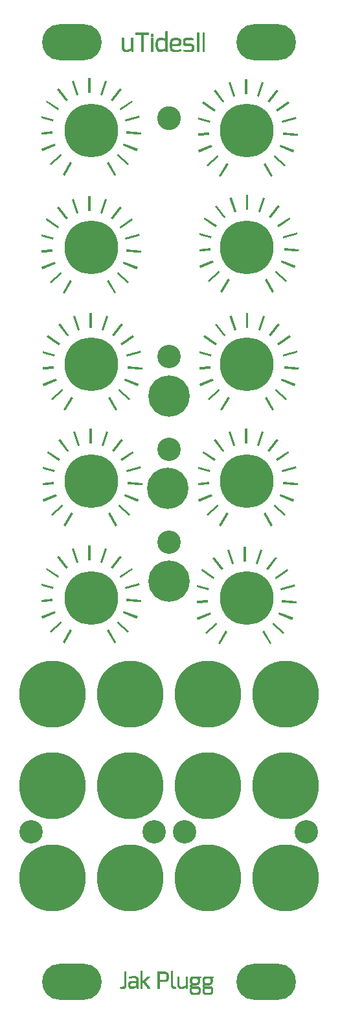
<source format=gts>
G04 DipTrace 3.3.0.0*
G04 uTides_PCBpanel.GTS*
%MOIN*%
G04 #@! TF.FileFunction,Soldermask,Top*
G04 #@! TF.Part,Single*
%ADD12C,0.001*%
%ADD20C,0.122047*%
%ADD21C,0.212*%
%ADD22C,0.120079*%
%ADD23C,0.275591*%
%ADD27O,0.307213X0.185165*%
%ADD29C,0.342646*%
%FSLAX26Y26*%
G04*
G70*
G90*
G75*
G01*
G04 TopMask*
%LPD*%
D20*
X1189091Y4943948D3*
D21*
Y2568761D3*
D22*
Y3244188D3*
Y2768740D3*
D21*
X1182841Y3043711D3*
X1189091Y3518661D3*
D23*
X1589091Y3081448D3*
X789091Y4281448D3*
X1589091Y3681448D3*
Y4281448D3*
X789091Y3681448D3*
X1589049Y4881018D3*
X789091Y2481448D3*
Y3081448D3*
X1589091Y2481448D3*
D22*
X480591Y1281448D3*
X1897591D3*
X1114091D3*
X1268091D3*
D23*
X789091Y4881448D3*
D22*
X1189091Y3720014D3*
D29*
X1389001Y1044000D3*
X589000D3*
X989000D3*
X589000Y1519000D3*
X1789000D3*
X1389001D3*
X989000D3*
X589005Y1987751D3*
X1788995D3*
D27*
X1689000Y512058D3*
X689000D3*
D29*
X1789000Y1044000D3*
D27*
X689000Y5334892D3*
X1689000D3*
D29*
X989091Y1987697D3*
X1389091D3*
G36*
X641495Y4654761D2*
X651388Y4649051D1*
X689469Y4715007D1*
X679575Y4720719D1*
X641495Y4654761D1*
G37*
G36*
X575545Y4711294D2*
X583076Y4702706D1*
X640337Y4752920D1*
X632806Y4761509D1*
X575545Y4711294D1*
G37*
G36*
X1453995Y4054761D2*
X1463888Y4049051D1*
X1501969Y4115007D1*
X1492075Y4120719D1*
X1453995Y4054761D1*
G37*
G36*
X1388045Y4111294D2*
X1395576Y4102706D1*
X1452837Y4152920D1*
X1445306Y4161509D1*
X1388045Y4111294D1*
G37*
G36*
X1345232Y4186581D2*
X1348136Y4175471D1*
X1418500Y4204614D1*
X1414127Y4215169D1*
X1345232Y4186581D1*
G37*
G36*
X1345205Y4272253D2*
Y4260642D1*
X1402602Y4264602D1*
X1401856Y4276004D1*
X1345205Y4272253D1*
G37*
G36*
X1345386Y4355161D2*
X1345306Y4343073D1*
X1406829Y4326517D1*
X1409787Y4337552D1*
X1345386Y4355161D1*
G37*
G36*
X1373756Y4435600D2*
X1367411Y4426102D1*
X1430735Y4383789D1*
X1437081Y4393286D1*
X1373756Y4435600D1*
G37*
G36*
X1434482Y4497711D2*
X1425417Y4490756D1*
X1471782Y4430336D1*
X1480845Y4437289D1*
X1434482Y4497711D1*
G37*
G36*
X1511949Y4537008D2*
X1501129Y4533336D1*
X1525610Y4461218D1*
X1536429Y4464890D1*
X1511949Y4537008D1*
G37*
G36*
X1597934Y4549319D2*
X1586510D1*
Y4473157D1*
X1597934D1*
Y4549319D1*
G37*
G36*
X1683316Y4533336D2*
X1672497Y4537008D1*
X1648016Y4464890D1*
X1658835Y4461218D1*
X1683316Y4533336D1*
G37*
G36*
X1759028Y4490756D2*
X1749963Y4497711D1*
X1703600Y4437289D1*
X1712663Y4430336D1*
X1759028Y4490756D1*
G37*
G36*
X1817034Y4426102D2*
X1810689Y4435600D1*
X1747364Y4393287D1*
X1753709Y4383789D1*
X1817034Y4426102D1*
G37*
G36*
X1851181Y4346230D2*
X1848223Y4357265D1*
X1774657Y4337552D1*
X1777615Y4326517D1*
X1851181Y4346230D1*
G37*
G36*
X1857840Y4259623D2*
X1858588Y4271022D1*
X1782589Y4276004D1*
X1781843Y4264602D1*
X1857840Y4259623D1*
G37*
G36*
X1836310Y4175471D2*
X1840680Y4186024D1*
X1770318Y4215169D1*
X1765945Y4204614D1*
X1836310Y4175471D1*
G37*
G36*
X1788869Y4102703D2*
X1796400Y4111294D1*
X1739142Y4161509D1*
X1731608Y4152920D1*
X1788869Y4102703D1*
G37*
G36*
X1720556Y4049051D2*
X1730450Y4054761D1*
X1692370Y4120719D1*
X1682476Y4115007D1*
X1720556Y4049051D1*
G37*
G36*
X1447744Y4648510D2*
X1457638Y4642801D1*
X1495718Y4708757D1*
X1485824Y4714469D1*
X1447744Y4648510D1*
G37*
G36*
X1381794Y4705043D2*
X1389327Y4696455D1*
X1446587Y4746669D1*
X1439055Y4755260D1*
X1381794Y4705043D1*
G37*
G36*
X1338983Y4780332D2*
X1341887Y4769220D1*
X1412249Y4798364D1*
X1407878Y4808920D1*
X1338983Y4780332D1*
G37*
G36*
X1338955Y4866003D2*
Y4854392D1*
X1396352Y4858353D1*
X1395605Y4869753D1*
X1338955Y4866003D1*
G37*
G36*
X1339135Y4948911D2*
X1339056Y4936824D1*
X1400580Y4920268D1*
X1403537Y4931302D1*
X1339135Y4948911D1*
G37*
G36*
X1367507Y5029349D2*
X1361160Y5019852D1*
X1424486Y4977538D1*
X1430832Y4987035D1*
X1367507Y5029349D1*
G37*
G36*
X1428231Y5091462D2*
X1419168Y5084507D1*
X1465531Y5024085D1*
X1474594Y5031039D1*
X1428231Y5091462D1*
G37*
G36*
X1505698Y5130757D2*
X1494879Y5127085D1*
X1519361Y5054967D1*
X1530178Y5058639D1*
X1505698Y5130757D1*
G37*
G36*
X1591685Y5143068D2*
X1580260D1*
Y5066908D1*
X1591685D1*
Y5143068D1*
G37*
G36*
X1677066Y5127085D2*
X1666248Y5130757D1*
X1641766Y5058639D1*
X1652584Y5054967D1*
X1677066Y5127085D1*
G37*
G36*
X1752777Y5084507D2*
X1743714Y5091462D1*
X1697350Y5031039D1*
X1706413Y5024085D1*
X1752777Y5084507D1*
G37*
G36*
X1810785Y5019852D2*
X1804438Y5029349D1*
X1741113Y4987038D1*
X1747459Y4977538D1*
X1810785Y5019852D1*
G37*
G36*
X1844930Y4939980D2*
X1841974Y4951014D1*
X1768408Y4931302D1*
X1771365Y4920268D1*
X1844930Y4939980D1*
G37*
G36*
X1851591Y4853373D2*
X1852339Y4864772D1*
X1776340Y4869753D1*
X1775593Y4858353D1*
X1851591Y4853373D1*
G37*
G36*
X1830059Y4769220D2*
X1834430Y4779774D1*
X1764067Y4808920D1*
X1759696Y4798364D1*
X1830059Y4769220D1*
G37*
G36*
X1782618Y4696454D2*
X1790151Y4705043D1*
X1732891Y4755260D1*
X1725358Y4746669D1*
X1782618Y4696454D1*
G37*
G36*
X1714307Y4642801D2*
X1724201Y4648510D1*
X1686121Y4714469D1*
X1676227Y4708757D1*
X1714307Y4642801D1*
G37*
G36*
X1453995Y3448510D2*
X1463888Y3442801D1*
X1501969Y3508757D1*
X1492075Y3514469D1*
X1453995Y3448510D1*
G37*
G36*
X1388045Y3505043D2*
X1395576Y3496455D1*
X1452837Y3546669D1*
X1445306Y3555260D1*
X1388045Y3505043D1*
G37*
G36*
X1345232Y3580332D2*
X1348136Y3569220D1*
X1418500Y3598364D1*
X1414127Y3608920D1*
X1345232Y3580332D1*
G37*
G36*
X1345205Y3666003D2*
Y3654392D1*
X1402602Y3658353D1*
X1401856Y3669753D1*
X1345205Y3666003D1*
G37*
G36*
X1345386Y3748911D2*
X1345306Y3736824D1*
X1406829Y3720268D1*
X1409787Y3731302D1*
X1345386Y3748911D1*
G37*
G36*
X1373756Y3829349D2*
X1367411Y3819852D1*
X1430735Y3777538D1*
X1437081Y3787035D1*
X1373756Y3829349D1*
G37*
G36*
X1434482Y3891462D2*
X1425417Y3884507D1*
X1471782Y3824085D1*
X1480845Y3831039D1*
X1434482Y3891462D1*
G37*
G36*
X1511949Y3930757D2*
X1501129Y3927085D1*
X1525610Y3854967D1*
X1536429Y3858639D1*
X1511949Y3930757D1*
G37*
G36*
X1597934Y3943068D2*
X1586510D1*
Y3866908D1*
X1597934D1*
Y3943068D1*
G37*
G36*
X1683316Y3927085D2*
X1672497Y3930757D1*
X1648016Y3858639D1*
X1658835Y3854967D1*
X1683316Y3927085D1*
G37*
G36*
X1759028Y3884507D2*
X1749963Y3891462D1*
X1703600Y3831039D1*
X1712663Y3824085D1*
X1759028Y3884507D1*
G37*
G36*
X1817034Y3819852D2*
X1810689Y3829349D1*
X1747364Y3787038D1*
X1753709Y3777538D1*
X1817034Y3819852D1*
G37*
G36*
X1851181Y3739980D2*
X1848223Y3751014D1*
X1774657Y3731302D1*
X1777615Y3720268D1*
X1851181Y3739980D1*
G37*
G36*
X1857840Y3653373D2*
X1858588Y3664772D1*
X1782589Y3669753D1*
X1781843Y3658353D1*
X1857840Y3653373D1*
G37*
G36*
X1836310Y3569220D2*
X1840680Y3579774D1*
X1770318Y3608920D1*
X1765945Y3598364D1*
X1836310Y3569220D1*
G37*
G36*
X1788869Y3496454D2*
X1796400Y3505043D1*
X1739142Y3555260D1*
X1731608Y3546669D1*
X1788869Y3496454D1*
G37*
G36*
X1720556Y3442801D2*
X1730450Y3448510D1*
X1692370Y3514469D1*
X1682476Y3508757D1*
X1720556Y3442801D1*
G37*
G36*
X1447744Y2854761D2*
X1457638Y2849051D1*
X1495718Y2915007D1*
X1485824Y2920719D1*
X1447744Y2854761D1*
G37*
G36*
X1381794Y2911294D2*
X1389327Y2902706D1*
X1446587Y2952920D1*
X1439055Y2961509D1*
X1381794Y2911294D1*
G37*
G36*
X1338983Y2986581D2*
X1341887Y2975471D1*
X1412249Y3004614D1*
X1407878Y3015169D1*
X1338983Y2986581D1*
G37*
G36*
X1338955Y3072253D2*
Y3060642D1*
X1396352Y3064602D1*
X1395605Y3076004D1*
X1338955Y3072253D1*
G37*
G36*
X1339135Y3155161D2*
X1339056Y3143073D1*
X1400580Y3126517D1*
X1403537Y3137552D1*
X1339135Y3155161D1*
G37*
G36*
X1367507Y3235600D2*
X1361160Y3226102D1*
X1424486Y3183789D1*
X1430832Y3193286D1*
X1367507Y3235600D1*
G37*
G36*
X1428231Y3297711D2*
X1419168Y3290756D1*
X1465531Y3230336D1*
X1474594Y3237289D1*
X1428231Y3297711D1*
G37*
G36*
X1505698Y3337008D2*
X1494879Y3333336D1*
X1519361Y3261218D1*
X1530178Y3264890D1*
X1505698Y3337008D1*
G37*
G36*
X1591685Y3349319D2*
X1580260D1*
Y3273157D1*
X1591685D1*
Y3349319D1*
G37*
G36*
X1677066Y3333336D2*
X1666248Y3337008D1*
X1641766Y3264890D1*
X1652584Y3261218D1*
X1677066Y3333336D1*
G37*
G36*
X1752777Y3290756D2*
X1743714Y3297711D1*
X1697350Y3237289D1*
X1706413Y3230336D1*
X1752777Y3290756D1*
G37*
G36*
X1810785Y3226102D2*
X1804438Y3235600D1*
X1741113Y3193287D1*
X1747459Y3183789D1*
X1810785Y3226102D1*
G37*
G36*
X1844930Y3146230D2*
X1841974Y3157265D1*
X1768408Y3137552D1*
X1771365Y3126517D1*
X1844930Y3146230D1*
G37*
G36*
X1851591Y3059623D2*
X1852339Y3071022D1*
X1776340Y3076004D1*
X1775593Y3064602D1*
X1851591Y3059623D1*
G37*
G36*
X1830059Y2975471D2*
X1834430Y2986024D1*
X1764067Y3015169D1*
X1759696Y3004614D1*
X1830059Y2975471D1*
G37*
G36*
X1782618Y2902703D2*
X1790151Y2911294D1*
X1732891Y2961509D1*
X1725358Y2952920D1*
X1782618Y2902703D1*
G37*
G36*
X532732Y4786581D2*
X535636Y4775471D1*
X606000Y4804614D1*
X601627Y4815169D1*
X532732Y4786581D1*
G37*
G36*
X1714307Y2849051D2*
X1724201Y2854761D1*
X1686121Y2920719D1*
X1676227Y2915007D1*
X1714307Y2849051D1*
G37*
G36*
X1441495Y2248510D2*
X1451388Y2242801D1*
X1489469Y2308757D1*
X1479575Y2314469D1*
X1441495Y2248510D1*
G37*
G36*
X1375545Y2305043D2*
X1383076Y2296455D1*
X1440337Y2346669D1*
X1432806Y2355260D1*
X1375545Y2305043D1*
G37*
G36*
X1332732Y2380332D2*
X1335636Y2369220D1*
X1406000Y2398364D1*
X1401627Y2408920D1*
X1332732Y2380332D1*
G37*
G36*
X1332705Y2466003D2*
Y2454392D1*
X1390102Y2458353D1*
X1389356Y2469753D1*
X1332705Y2466003D1*
G37*
G36*
X1332886Y2548911D2*
X1332806Y2536824D1*
X1394329Y2520268D1*
X1397287Y2531302D1*
X1332886Y2548911D1*
G37*
G36*
X1361256Y2629349D2*
X1354911Y2619852D1*
X1418235Y2577538D1*
X1424581Y2587035D1*
X1361256Y2629349D1*
G37*
G36*
X1421982Y2691462D2*
X1412917Y2684507D1*
X1459282Y2624085D1*
X1468345Y2631039D1*
X1421982Y2691462D1*
G37*
G36*
X1499449Y2730757D2*
X1488629Y2727085D1*
X1513110Y2654967D1*
X1523929Y2658639D1*
X1499449Y2730757D1*
G37*
G36*
X1585434Y2743068D2*
X1574010D1*
Y2666908D1*
X1585434D1*
Y2743068D1*
G37*
G36*
X1670816Y2727085D2*
X1659997Y2730757D1*
X1635516Y2658639D1*
X1646335Y2654967D1*
X1670816Y2727085D1*
G37*
G36*
X1745340Y2687697D2*
X1737463Y2691462D1*
X1691100Y2631039D1*
X1700163Y2624085D1*
X1745340Y2687697D1*
G37*
G36*
X1804534Y2619852D2*
X1798189Y2629349D1*
X1734864Y2587038D1*
X1741209Y2577538D1*
X1804534Y2619852D1*
G37*
G36*
X1838681Y2539980D2*
X1835723Y2551014D1*
X1762157Y2531302D1*
X1765115Y2520268D1*
X1838681Y2539980D1*
G37*
G36*
X1845340Y2453373D2*
X1846088Y2464772D1*
X1770089Y2469753D1*
X1769343Y2458353D1*
X1845340Y2453373D1*
G37*
G36*
X1823810Y2369220D2*
X1828180Y2379774D1*
X1757818Y2408920D1*
X1753445Y2398364D1*
X1823810Y2369220D1*
G37*
G36*
X1776369Y2296454D2*
X1783900Y2305043D1*
X1726642Y2355260D1*
X1719108Y2346669D1*
X1776369Y2296454D1*
G37*
G36*
X1708056Y2242801D2*
X1717950Y2248510D1*
X1679870Y2314469D1*
X1669976Y2308757D1*
X1708056Y2242801D1*
G37*
G36*
X532705Y4872253D2*
Y4860642D1*
X590102Y4864602D1*
X589356Y4876004D1*
X532705Y4872253D1*
G37*
G36*
X532886Y4955161D2*
X532806Y4943073D1*
X594329Y4926517D1*
X597287Y4937552D1*
X532886Y4955161D1*
G37*
G36*
X561256Y5035600D2*
X554911Y5026102D1*
X618235Y4983789D1*
X624581Y4993286D1*
X561256Y5035600D1*
G37*
G36*
X621982Y5097711D2*
X612917Y5090756D1*
X659282Y5030336D1*
X668345Y5037289D1*
X621982Y5097711D1*
G37*
G36*
X699449Y5137008D2*
X688629Y5133335D1*
X713110Y5061218D1*
X723929Y5064890D1*
X699449Y5137008D1*
G37*
G36*
X785434Y5149319D2*
X774010D1*
Y5073157D1*
X785434D1*
Y5149319D1*
G37*
G36*
X870816Y5133335D2*
X859997Y5137008D1*
X835516Y5064890D1*
X846335Y5061218D1*
X870816Y5133335D1*
G37*
G36*
X946528Y5090756D2*
X937463Y5097711D1*
X891100Y5037289D1*
X900163Y5030336D1*
X946528Y5090756D1*
G37*
G36*
X1004534Y5026102D2*
X998189Y5035600D1*
X934864Y4993287D1*
X941209Y4983789D1*
X1004534Y5026102D1*
G37*
G36*
X1038681Y4946230D2*
X1035723Y4957265D1*
X962157Y4937552D1*
X965115Y4926517D1*
X1038681Y4946230D1*
G37*
G36*
X1045340Y4859623D2*
X1046088Y4871022D1*
X970089Y4876004D1*
X969343Y4864602D1*
X1045340Y4859623D1*
G37*
G36*
X1023810Y4775471D2*
X1028180Y4786024D1*
X957818Y4815169D1*
X953445Y4804614D1*
X1023810Y4775471D1*
G37*
G36*
X976369Y4702703D2*
X983900Y4711294D1*
X926642Y4761509D1*
X919108Y4752920D1*
X976369Y4702703D1*
G37*
G36*
X908056Y4649051D2*
X917950Y4654761D1*
X879870Y4720719D1*
X869976Y4715007D1*
X908056Y4649051D1*
G37*
G36*
X641495Y4048510D2*
X651388Y4042801D1*
X689469Y4108757D1*
X679575Y4114469D1*
X641495Y4048510D1*
G37*
G36*
X575545Y4105043D2*
X583076Y4096455D1*
X640337Y4146669D1*
X632806Y4155260D1*
X575545Y4105043D1*
G37*
G36*
X532732Y4180332D2*
X535636Y4169220D1*
X606000Y4198364D1*
X601627Y4208920D1*
X532732Y4180332D1*
G37*
G36*
X532705Y4266003D2*
Y4254392D1*
X590102Y4258353D1*
X589356Y4269753D1*
X532705Y4266003D1*
G37*
G36*
X532886Y4348911D2*
X532806Y4336824D1*
X594329Y4320268D1*
X597287Y4331302D1*
X532886Y4348911D1*
G37*
G36*
X561256Y4429349D2*
X554911Y4419852D1*
X618235Y4377538D1*
X624581Y4387035D1*
X561256Y4429349D1*
G37*
G36*
X621982Y4491462D2*
X612917Y4484507D1*
X659282Y4424085D1*
X668345Y4431039D1*
X621982Y4491462D1*
G37*
G36*
X699449Y4530757D2*
X688629Y4527085D1*
X713110Y4454967D1*
X723929Y4458639D1*
X699449Y4530757D1*
G37*
G36*
X785434Y4543068D2*
X774010D1*
Y4466908D1*
X785434D1*
Y4543068D1*
G37*
G36*
X870816Y4527085D2*
X859997Y4530757D1*
X835516Y4458639D1*
X846335Y4454967D1*
X870816Y4527085D1*
G37*
G36*
X946528Y4484507D2*
X937463Y4491462D1*
X891100Y4431039D1*
X900163Y4424085D1*
X946528Y4484507D1*
G37*
G36*
X1004534Y4419852D2*
X998189Y4429349D1*
X934864Y4387038D1*
X941209Y4377538D1*
X1004534Y4419852D1*
G37*
G36*
X1038681Y4339980D2*
X1035723Y4351014D1*
X962157Y4331302D1*
X965115Y4320268D1*
X1038681Y4339980D1*
G37*
G36*
X1045340Y4253373D2*
X1046088Y4264772D1*
X970089Y4269753D1*
X969343Y4258353D1*
X1045340Y4253373D1*
G37*
G36*
X1023810Y4169220D2*
X1028180Y4179774D1*
X957818Y4208920D1*
X953445Y4198364D1*
X1023810Y4169220D1*
G37*
G36*
X976369Y4096454D2*
X983900Y4105043D1*
X926642Y4155260D1*
X919108Y4146669D1*
X976369Y4096454D1*
G37*
G36*
X908056Y4042801D2*
X917950Y4048510D1*
X879870Y4114469D1*
X869976Y4108757D1*
X908056Y4042801D1*
G37*
G36*
X647744Y3448510D2*
X657638Y3442801D1*
X695718Y3508757D1*
X685824Y3514469D1*
X647744Y3448510D1*
G37*
G36*
X581794Y3505043D2*
X589327Y3496455D1*
X646587Y3546669D1*
X639055Y3555260D1*
X581794Y3505043D1*
G37*
G36*
X538983Y3580332D2*
X541887Y3569220D1*
X612249Y3598364D1*
X607878Y3608920D1*
X538983Y3580332D1*
G37*
G36*
X538955Y3666003D2*
Y3654392D1*
X596352Y3658353D1*
X595605Y3669753D1*
X538955Y3666003D1*
G37*
G36*
X539135Y3748911D2*
X539056Y3736824D1*
X600580Y3720268D1*
X603537Y3731302D1*
X539135Y3748911D1*
G37*
G36*
X567507Y3829349D2*
X561160Y3819852D1*
X624486Y3777538D1*
X630832Y3787035D1*
X567507Y3829349D1*
G37*
G36*
X628231Y3891462D2*
X619168Y3884507D1*
X665531Y3824085D1*
X674594Y3831039D1*
X628231Y3891462D1*
G37*
G36*
X705698Y3930757D2*
X694879Y3927085D1*
X719361Y3854967D1*
X730178Y3858639D1*
X705698Y3930757D1*
G37*
G36*
X791685Y3943068D2*
X780260D1*
Y3866908D1*
X791685D1*
Y3943068D1*
G37*
G36*
X877066Y3927085D2*
X866248Y3930757D1*
X841766Y3858639D1*
X852584Y3854967D1*
X877066Y3927085D1*
G37*
G36*
X952777Y3884507D2*
X943714Y3891462D1*
X897350Y3831039D1*
X906413Y3824085D1*
X952777Y3884507D1*
G37*
G36*
X1010785Y3819852D2*
X1004438Y3829349D1*
X941113Y3787038D1*
X947459Y3777538D1*
X1010785Y3819852D1*
G37*
G36*
X1044930Y3739980D2*
X1041974Y3751014D1*
X968408Y3731302D1*
X971365Y3720268D1*
X1044930Y3739980D1*
G37*
G36*
X1051591Y3653373D2*
X1052339Y3664772D1*
X976340Y3669753D1*
X975593Y3658353D1*
X1051591Y3653373D1*
G37*
G36*
X1030059Y3569220D2*
X1034430Y3579774D1*
X964067Y3608920D1*
X959696Y3598364D1*
X1030059Y3569220D1*
G37*
G36*
X982618Y3496454D2*
X990151Y3505043D1*
X932891Y3555260D1*
X925358Y3546669D1*
X982618Y3496454D1*
G37*
G36*
X914307Y3442801D2*
X924201Y3448510D1*
X886121Y3514469D1*
X876227Y3508757D1*
X914307Y3442801D1*
G37*
G36*
X647744Y2854761D2*
X657638Y2849051D1*
X695718Y2915007D1*
X685824Y2920719D1*
X647744Y2854761D1*
G37*
G36*
X581794Y2911294D2*
X589327Y2902706D1*
X646587Y2952920D1*
X639055Y2961509D1*
X581794Y2911294D1*
G37*
G36*
X538983Y2986581D2*
X541887Y2975471D1*
X612249Y3004614D1*
X607878Y3015169D1*
X538983Y2986581D1*
G37*
G36*
X538955Y3072253D2*
Y3060642D1*
X596352Y3064602D1*
X595605Y3076004D1*
X538955Y3072253D1*
G37*
G36*
X539135Y3155161D2*
X539056Y3143073D1*
X600580Y3126517D1*
X603537Y3137552D1*
X539135Y3155161D1*
G37*
G36*
X567507Y3235600D2*
X561160Y3226102D1*
X624486Y3183789D1*
X630832Y3193286D1*
X567507Y3235600D1*
G37*
G36*
X628231Y3297711D2*
X619168Y3290756D1*
X665531Y3230336D1*
X674594Y3237289D1*
X628231Y3297711D1*
G37*
G36*
X705698Y3337008D2*
X694879Y3333336D1*
X719361Y3261218D1*
X730178Y3264890D1*
X705698Y3337008D1*
G37*
G36*
X791685Y3349319D2*
X780260D1*
Y3273157D1*
X791685D1*
Y3349319D1*
G37*
G36*
X877066Y3333336D2*
X866248Y3337008D1*
X841766Y3264890D1*
X852584Y3261218D1*
X877066Y3333336D1*
G37*
G36*
X952777Y3290756D2*
X943714Y3297711D1*
X897350Y3237289D1*
X906413Y3230336D1*
X952777Y3290756D1*
G37*
G36*
X1010785Y3226102D2*
X1004438Y3235600D1*
X941113Y3193287D1*
X947459Y3183789D1*
X1010785Y3226102D1*
G37*
G36*
X1044930Y3146230D2*
X1041974Y3157265D1*
X968408Y3137552D1*
X971365Y3126517D1*
X1044930Y3146230D1*
G37*
G36*
X1051591Y3059623D2*
X1052339Y3071022D1*
X976340Y3076004D1*
X975593Y3064602D1*
X1051591Y3059623D1*
G37*
G36*
X1030059Y2975471D2*
X1034430Y2986024D1*
X964067Y3015169D1*
X959696Y3004614D1*
X1030059Y2975471D1*
G37*
G36*
X982618Y2902703D2*
X990151Y2911294D1*
X932891Y2961509D1*
X925358Y2952920D1*
X982618Y2902703D1*
G37*
G36*
X914307Y2849051D2*
X924201Y2854761D1*
X886121Y2920719D1*
X876227Y2915007D1*
X914307Y2849051D1*
G37*
G36*
X641495Y2254761D2*
X651388Y2249051D1*
X689469Y2315007D1*
X679575Y2320719D1*
X641495Y2254761D1*
G37*
G36*
X575545Y2311294D2*
X583076Y2302706D1*
X640337Y2352920D1*
X632806Y2361509D1*
X575545Y2311294D1*
G37*
G36*
X532732Y2386581D2*
X535636Y2375471D1*
X606000Y2404614D1*
X601627Y2415169D1*
X532732Y2386581D1*
G37*
G36*
X532705Y2472253D2*
Y2460642D1*
X590102Y2464602D1*
X589356Y2476004D1*
X532705Y2472253D1*
G37*
G36*
X532886Y2555161D2*
X532806Y2543073D1*
X594329Y2526517D1*
X597287Y2537552D1*
X532886Y2555161D1*
G37*
G36*
X561256Y2635600D2*
X554911Y2626102D1*
X618235Y2583789D1*
X624581Y2593286D1*
X561256Y2635600D1*
G37*
G36*
X621982Y2697711D2*
X612917Y2690756D1*
X659282Y2630336D1*
X668345Y2637289D1*
X621982Y2697711D1*
G37*
G36*
X699449Y2737008D2*
X688629Y2733336D1*
X713110Y2661218D1*
X723929Y2664890D1*
X699449Y2737008D1*
G37*
G36*
X785434Y2749319D2*
X774010D1*
Y2673157D1*
X785434D1*
Y2749319D1*
G37*
G36*
X870816Y2733336D2*
X859997Y2737008D1*
X835516Y2664890D1*
X846335Y2661218D1*
X870816Y2733336D1*
G37*
G36*
X946528Y2690756D2*
X937463Y2697711D1*
X891100Y2637289D1*
X900163Y2630336D1*
X946528Y2690756D1*
G37*
G36*
X1004534Y2626102D2*
X998189Y2635600D1*
X934864Y2593287D1*
X941209Y2583789D1*
X1004534Y2626102D1*
G37*
G36*
X1038681Y2546230D2*
X1035723Y2557265D1*
X962157Y2537552D1*
X965115Y2526517D1*
X1038681Y2546230D1*
G37*
G36*
X1045340Y2459623D2*
X1046088Y2471022D1*
X970089Y2476004D1*
X969343Y2464602D1*
X1045340Y2459623D1*
G37*
G36*
X1023810Y2375471D2*
X1028180Y2386024D1*
X957818Y2415169D1*
X953445Y2404614D1*
X1023810Y2375471D1*
G37*
G36*
X976369Y2302703D2*
X983900Y2311294D1*
X926642Y2361509D1*
X919108Y2352920D1*
X976369Y2302703D1*
G37*
G36*
X908056Y2249051D2*
X917950Y2254761D1*
X879870Y2320719D1*
X869976Y2315007D1*
X908056Y2249051D1*
G37*
X1169866Y5390428D2*
D12*
X1177866D1*
X1169866Y5389428D2*
X1178328D1*
X1169866Y5388428D2*
X1178615D1*
X1169866Y5387428D2*
X1178760D1*
X1169866Y5386428D2*
X1178825D1*
X1169866Y5385428D2*
X1178851D1*
X1169866Y5384428D2*
X1178861D1*
X1017866Y5383428D2*
X1083866D1*
X1169866D2*
X1178864D1*
X1333866D2*
X1342866D1*
X1361866D2*
X1370866D1*
X1017866Y5382428D2*
X1083866D1*
X1169866D2*
X1178866D1*
X1333866D2*
X1342866D1*
X1361866D2*
X1370866D1*
X1017866Y5381428D2*
X1083866D1*
X1169866D2*
X1178866D1*
X1333866D2*
X1342866D1*
X1361866D2*
X1370866D1*
X1017866Y5380428D2*
X1083866D1*
X1169866D2*
X1178866D1*
X1333866D2*
X1342866D1*
X1361866D2*
X1370866D1*
X1017866Y5379428D2*
X1083866D1*
X1169866D2*
X1178866D1*
X1333866D2*
X1342866D1*
X1361866D2*
X1370866D1*
X1017866Y5378428D2*
X1083866D1*
X1095866D2*
X1104866D1*
X1169866D2*
X1178866D1*
X1333866D2*
X1342866D1*
X1361866D2*
X1370866D1*
X1017866Y5377428D2*
X1083866D1*
X1095405D2*
X1105670D1*
X1169866D2*
X1178866D1*
X1333866D2*
X1342866D1*
X1361866D2*
X1370866D1*
X1017866Y5376428D2*
X1083866D1*
X1095117D2*
X1106254D1*
X1169866D2*
X1178866D1*
X1333866D2*
X1342866D1*
X1361866D2*
X1370866D1*
X1017866Y5375428D2*
X1083866D1*
X1094972D2*
X1106589D1*
X1169866D2*
X1178866D1*
X1333866D2*
X1342866D1*
X1361866D2*
X1370866D1*
X1017866Y5374428D2*
X1083866D1*
X1094908D2*
X1106752D1*
X1169866D2*
X1178866D1*
X1333866D2*
X1342866D1*
X1361866D2*
X1370866D1*
X1045866Y5373428D2*
X1054866D1*
X1094881D2*
X1106822D1*
X1169866D2*
X1178866D1*
X1333866D2*
X1342866D1*
X1361866D2*
X1370866D1*
X1045866Y5372428D2*
X1054866D1*
X1094872D2*
X1106850D1*
X1169866D2*
X1178866D1*
X1333866D2*
X1342866D1*
X1361866D2*
X1370866D1*
X1045866Y5371428D2*
X1054866D1*
X1094868D2*
X1106860D1*
X1169866D2*
X1178866D1*
X1333866D2*
X1342866D1*
X1361866D2*
X1370866D1*
X1045866Y5370428D2*
X1054866D1*
X1094867D2*
X1106860D1*
X1169866D2*
X1178866D1*
X1333866D2*
X1342866D1*
X1361866D2*
X1370866D1*
X1045866Y5369428D2*
X1054866D1*
X1094874D2*
X1106823D1*
X1169866D2*
X1178866D1*
X1333866D2*
X1342866D1*
X1361866D2*
X1370866D1*
X1045866Y5368428D2*
X1054866D1*
X1094950D2*
X1106657D1*
X1169866D2*
X1178866D1*
X1333866D2*
X1342866D1*
X1361866D2*
X1370866D1*
X1045866Y5367428D2*
X1054866D1*
X1095132D2*
X1106254D1*
X1169866D2*
X1178866D1*
X1333866D2*
X1342866D1*
X1361866D2*
X1370866D1*
X1045866Y5366428D2*
X1054866D1*
X1095911D2*
X1105615D1*
X1169866D2*
X1178866D1*
X1333866D2*
X1342866D1*
X1361866D2*
X1370866D1*
X1045866Y5365428D2*
X1054866D1*
X1096866D2*
X1104866D1*
X1169866D2*
X1178866D1*
X1333866D2*
X1342866D1*
X1361866D2*
X1370866D1*
X1045866Y5364428D2*
X1054866D1*
X1169866D2*
X1178866D1*
X1333866D2*
X1342866D1*
X1361866D2*
X1370866D1*
X1045866Y5363428D2*
X1054866D1*
X1169866D2*
X1178866D1*
X1333866D2*
X1342866D1*
X1361866D2*
X1370866D1*
X1045866Y5362428D2*
X1054866D1*
X1169866D2*
X1178866D1*
X1333866D2*
X1342866D1*
X1361866D2*
X1370866D1*
X1045866Y5361428D2*
X1054866D1*
X1169866D2*
X1178866D1*
X1333866D2*
X1342866D1*
X1361866D2*
X1370866D1*
X1045866Y5360428D2*
X1054866D1*
X1169866D2*
X1178866D1*
X1333866D2*
X1342866D1*
X1361866D2*
X1370866D1*
X1045866Y5359428D2*
X1054866D1*
X1169866D2*
X1178866D1*
X1333866D2*
X1342866D1*
X1361866D2*
X1370866D1*
X1045866Y5358428D2*
X1054866D1*
X1169866D2*
X1178866D1*
X1333866D2*
X1342866D1*
X1361866D2*
X1370866D1*
X1045866Y5357428D2*
X1054866D1*
X1137866D2*
X1150866D1*
X1169866D2*
X1178866D1*
X1218866D2*
X1228866D1*
X1274866D2*
X1288866D1*
X1333866D2*
X1342866D1*
X1361866D2*
X1370866D1*
X946866Y5356428D2*
X955866D1*
X993866D2*
X1002866D1*
X1045866D2*
X1054866D1*
X1095866D2*
X1104866D1*
X1135447D2*
X1155713D1*
X1169858D2*
X1178866D1*
X1213297D2*
X1233974D1*
X1271985D2*
X1303866D1*
X1333866D2*
X1342866D1*
X1361866D2*
X1370866D1*
X946866Y5355428D2*
X955866D1*
X993866D2*
X1002866D1*
X1045866D2*
X1054866D1*
X1095866D2*
X1104866D1*
X1133327D2*
X1160030D1*
X1169782D2*
X1178866D1*
X1209028D2*
X1237956D1*
X1269578D2*
X1312866D1*
X1333866D2*
X1342866D1*
X1361866D2*
X1370866D1*
X946866Y5354428D2*
X955866D1*
X993866D2*
X1002866D1*
X1045866D2*
X1054866D1*
X1095866D2*
X1104866D1*
X1131587D2*
X1163825D1*
X1169601D2*
X1178866D1*
X1205988D2*
X1240851D1*
X1267697D2*
X1312866D1*
X1333866D2*
X1342866D1*
X1361866D2*
X1370866D1*
X946866Y5353428D2*
X955866D1*
X993866D2*
X1002866D1*
X1045866D2*
X1054866D1*
X1095866D2*
X1104866D1*
X1130185D2*
X1167363D1*
X1168821D2*
X1178866D1*
X1203844D2*
X1242925D1*
X1266266D2*
X1312866D1*
X1333866D2*
X1342866D1*
X1361866D2*
X1370866D1*
X946866Y5352428D2*
X955866D1*
X993866D2*
X1002866D1*
X1045866D2*
X1054866D1*
X1095866D2*
X1104866D1*
X1129000D2*
X1178866D1*
X1202280D2*
X1244429D1*
X1265182D2*
X1312866D1*
X1333866D2*
X1342866D1*
X1361866D2*
X1370866D1*
X946866Y5351428D2*
X955866D1*
X993866D2*
X1002866D1*
X1045866D2*
X1054866D1*
X1095866D2*
X1104866D1*
X1127955D2*
X1178866D1*
X1201033D2*
X1245538D1*
X1264366D2*
X1312866D1*
X1333866D2*
X1342866D1*
X1361866D2*
X1370866D1*
X946866Y5350428D2*
X955866D1*
X993866D2*
X1002866D1*
X1045866D2*
X1054866D1*
X1095866D2*
X1104866D1*
X1127055D2*
X1178866D1*
X1199966D2*
X1246362D1*
X1263719D2*
X1312866D1*
X1333866D2*
X1342866D1*
X1361866D2*
X1370866D1*
X946866Y5349428D2*
X955866D1*
X993866D2*
X1002866D1*
X1045866D2*
X1054866D1*
X1095866D2*
X1104866D1*
X1126318D2*
X1178866D1*
X1199058D2*
X1247012D1*
X1263159D2*
X1312866D1*
X1333866D2*
X1342866D1*
X1361866D2*
X1370866D1*
X946866Y5348428D2*
X955866D1*
X993866D2*
X1002866D1*
X1045866D2*
X1054866D1*
X1095866D2*
X1104866D1*
X1125701D2*
X1178866D1*
X1198319D2*
X1247573D1*
X1262670D2*
X1312866D1*
X1333866D2*
X1342866D1*
X1361866D2*
X1370866D1*
X946866Y5347428D2*
X955866D1*
X993866D2*
X1002866D1*
X1045866D2*
X1054866D1*
X1095866D2*
X1104866D1*
X1125153D2*
X1138067D1*
X1156419D2*
X1178866D1*
X1197701D2*
X1215498D1*
X1231431D2*
X1248062D1*
X1262291D2*
X1274105D1*
X1333866D2*
X1342866D1*
X1361866D2*
X1370866D1*
X946866Y5346428D2*
X955866D1*
X993866D2*
X1002866D1*
X1045866D2*
X1054866D1*
X1095866D2*
X1104866D1*
X1124664D2*
X1136517D1*
X1161305D2*
X1178866D1*
X1197153D2*
X1211914D1*
X1234430D2*
X1248445D1*
X1262063D2*
X1272687D1*
X1333866D2*
X1342866D1*
X1361866D2*
X1370866D1*
X946866Y5345428D2*
X955866D1*
X993866D2*
X1002866D1*
X1045866D2*
X1054866D1*
X1095866D2*
X1104866D1*
X1124251D2*
X1135309D1*
X1165069D2*
X1178866D1*
X1196668D2*
X1209351D1*
X1236658D2*
X1248708D1*
X1261949D2*
X1271597D1*
X1333866D2*
X1342866D1*
X1361866D2*
X1370866D1*
X946866Y5344428D2*
X955866D1*
X993866D2*
X1002866D1*
X1045866D2*
X1054866D1*
X1095866D2*
X1104866D1*
X1123897D2*
X1134390D1*
X1167938D2*
X1178866D1*
X1196287D2*
X1207654D1*
X1238189D2*
X1248950D1*
X1261899D2*
X1271180D1*
X1333866D2*
X1342866D1*
X1361866D2*
X1370866D1*
X946866Y5343428D2*
X955866D1*
X993866D2*
X1002866D1*
X1045866D2*
X1054866D1*
X1095866D2*
X1104866D1*
X1123543D2*
X1133616D1*
X1169107D2*
X1178866D1*
X1196024D2*
X1206523D1*
X1239214D2*
X1249240D1*
X1261878D2*
X1270849D1*
X1333866D2*
X1342866D1*
X1361866D2*
X1370866D1*
X946866Y5342428D2*
X955866D1*
X993866D2*
X1002866D1*
X1045866D2*
X1054866D1*
X1095866D2*
X1104866D1*
X1123232D2*
X1132925D1*
X1169515D2*
X1178866D1*
X1195783D2*
X1205664D1*
X1239918D2*
X1249517D1*
X1261870D2*
X1270518D1*
X1333866D2*
X1342866D1*
X1361866D2*
X1370866D1*
X946866Y5341428D2*
X955866D1*
X993866D2*
X1002866D1*
X1045866D2*
X1054866D1*
X1095866D2*
X1104866D1*
X1123002D2*
X1132378D1*
X1169723D2*
X1178866D1*
X1195493D2*
X1204946D1*
X1240386D2*
X1249699D1*
X1261868D2*
X1270225D1*
X1333866D2*
X1342866D1*
X1361866D2*
X1370866D1*
X946866Y5340428D2*
X955866D1*
X993866D2*
X1002866D1*
X1045866D2*
X1054866D1*
X1095866D2*
X1104866D1*
X1122774D2*
X1131951D1*
X1169812D2*
X1178866D1*
X1195216D2*
X1204419D1*
X1240649D2*
X1249794D1*
X1261867D2*
X1270037D1*
X1333866D2*
X1342866D1*
X1361866D2*
X1370866D1*
X946866Y5339428D2*
X955866D1*
X993866D2*
X1002866D1*
X1045866D2*
X1054866D1*
X1095866D2*
X1104866D1*
X1122490D2*
X1131565D1*
X1169847D2*
X1178866D1*
X1195034D2*
X1204081D1*
X1240776D2*
X1249838D1*
X1261866D2*
X1269939D1*
X1333866D2*
X1342866D1*
X1361866D2*
X1370866D1*
X946866Y5338428D2*
X955866D1*
X993866D2*
X1002866D1*
X1045866D2*
X1054866D1*
X1095866D2*
X1104866D1*
X1122215D2*
X1131244D1*
X1169860D2*
X1178866D1*
X1194934D2*
X1203805D1*
X1240831D2*
X1249855D1*
X1261866D2*
X1269895D1*
X1333866D2*
X1342866D1*
X1361866D2*
X1370866D1*
X946866Y5337428D2*
X955866D1*
X993866D2*
X1002866D1*
X1045866D2*
X1054866D1*
X1095866D2*
X1104866D1*
X1122029D2*
X1131040D1*
X1169864D2*
X1178866D1*
X1194856D2*
X1203501D1*
X1240853D2*
X1249862D1*
X1261866D2*
X1269877D1*
X1333866D2*
X1342866D1*
X1361866D2*
X1370866D1*
X946866Y5336428D2*
X955866D1*
X993866D2*
X1002866D1*
X1045866D2*
X1054866D1*
X1095866D2*
X1104866D1*
X1121899D2*
X1130903D1*
X1169865D2*
X1178866D1*
X1194710D2*
X1203219D1*
X1240862D2*
X1249865D1*
X1261866D2*
X1269874D1*
X1333866D2*
X1342866D1*
X1361866D2*
X1370866D1*
X946866Y5335428D2*
X955866D1*
X993866D2*
X1002866D1*
X1045866D2*
X1054866D1*
X1095866D2*
X1104866D1*
X1121728D2*
X1130729D1*
X1169866D2*
X1178866D1*
X1194464D2*
X1203035D1*
X1240865D2*
X1249866D1*
X1261866D2*
X1269907D1*
X1333866D2*
X1342866D1*
X1361866D2*
X1370866D1*
X946866Y5334428D2*
X955866D1*
X993866D2*
X1002866D1*
X1045866D2*
X1054866D1*
X1095866D2*
X1104866D1*
X1121471D2*
X1130471D1*
X1169866D2*
X1178866D1*
X1194205D2*
X1202938D1*
X1240866D2*
X1249866D1*
X1261866D2*
X1270033D1*
X1333866D2*
X1342866D1*
X1361866D2*
X1370866D1*
X946866Y5333428D2*
X955866D1*
X993866D2*
X1002866D1*
X1045866D2*
X1054866D1*
X1095866D2*
X1104866D1*
X1121208D2*
X1130208D1*
X1169866D2*
X1178866D1*
X1194030D2*
X1202895D1*
X1240866D2*
X1249866D1*
X1261866D2*
X1270272D1*
X1333866D2*
X1342866D1*
X1361866D2*
X1370866D1*
X946866Y5332428D2*
X955866D1*
X993866D2*
X1002866D1*
X1045866D2*
X1054866D1*
X1095866D2*
X1104866D1*
X1121031D2*
X1130031D1*
X1169866D2*
X1178866D1*
X1193937D2*
X1202877D1*
X1240862D2*
X1249866D1*
X1261866D2*
X1270532D1*
X1333866D2*
X1342866D1*
X1361866D2*
X1370866D1*
X946866Y5331428D2*
X955866D1*
X993866D2*
X1002866D1*
X1045866D2*
X1054866D1*
X1095866D2*
X1104866D1*
X1120937D2*
X1129937D1*
X1169866D2*
X1178866D1*
X1193894D2*
X1202870D1*
X1240823D2*
X1249866D1*
X1261866D2*
X1270750D1*
X1333866D2*
X1342866D1*
X1361866D2*
X1370866D1*
X946866Y5330428D2*
X955866D1*
X993866D2*
X1002866D1*
X1045866D2*
X1054866D1*
X1095866D2*
X1104866D1*
X1120894D2*
X1129894D1*
X1169866D2*
X1178866D1*
X1193877D2*
X1202867D1*
X1240645D2*
X1249866D1*
X1261866D2*
X1271048D1*
X1333866D2*
X1342866D1*
X1361866D2*
X1370866D1*
X946866Y5329428D2*
X955866D1*
X993866D2*
X1002866D1*
X1045866D2*
X1054866D1*
X1095866D2*
X1104866D1*
X1120877D2*
X1129877D1*
X1169866D2*
X1178866D1*
X1193870D2*
X1202867D1*
X1240298D2*
X1249862D1*
X1261870D2*
X1271506D1*
X1333866D2*
X1342866D1*
X1361866D2*
X1370866D1*
X946866Y5328428D2*
X955866D1*
X993866D2*
X1002866D1*
X1045866D2*
X1054866D1*
X1095866D2*
X1104866D1*
X1120870D2*
X1129870D1*
X1169866D2*
X1178866D1*
X1193867D2*
X1202866D1*
X1239005D2*
X1249827D1*
X1261905D2*
X1272705D1*
X1333866D2*
X1342866D1*
X1361866D2*
X1370866D1*
X946866Y5327428D2*
X955866D1*
X993866D2*
X1002866D1*
X1045866D2*
X1054866D1*
X1095866D2*
X1104866D1*
X1120867D2*
X1129867D1*
X1169866D2*
X1178866D1*
X1193867D2*
X1202866D1*
X1236928D2*
X1249696D1*
X1262037D2*
X1274210D1*
X1333866D2*
X1342866D1*
X1361866D2*
X1370866D1*
X946866Y5326428D2*
X955866D1*
X993866D2*
X1002866D1*
X1045866D2*
X1054866D1*
X1095866D2*
X1104866D1*
X1120867D2*
X1129867D1*
X1169866D2*
X1178866D1*
X1193866D2*
X1202866D1*
X1234074D2*
X1249421D1*
X1262311D2*
X1302866D1*
X1333866D2*
X1342866D1*
X1361866D2*
X1370866D1*
X946866Y5325428D2*
X955866D1*
X993866D2*
X1002866D1*
X1045866D2*
X1054866D1*
X1095866D2*
X1104866D1*
X1120866D2*
X1129866D1*
X1169866D2*
X1178866D1*
X1193866D2*
X1249033D1*
X1262699D2*
X1305747D1*
X1333866D2*
X1342866D1*
X1361866D2*
X1370866D1*
X946866Y5324428D2*
X955866D1*
X993866D2*
X1002866D1*
X1045866D2*
X1054866D1*
X1095866D2*
X1104866D1*
X1120866D2*
X1129866D1*
X1169866D2*
X1178866D1*
X1193866D2*
X1248580D1*
X1263152D2*
X1308155D1*
X1333866D2*
X1342866D1*
X1361866D2*
X1370866D1*
X946866Y5323428D2*
X955866D1*
X993866D2*
X1002866D1*
X1045866D2*
X1054866D1*
X1095866D2*
X1104866D1*
X1120866D2*
X1129866D1*
X1169866D2*
X1178866D1*
X1193866D2*
X1248061D1*
X1263668D2*
X1310035D1*
X1333866D2*
X1342866D1*
X1361866D2*
X1370866D1*
X946866Y5322428D2*
X955866D1*
X993866D2*
X1002866D1*
X1045866D2*
X1054866D1*
X1095866D2*
X1104866D1*
X1120866D2*
X1129866D1*
X1169866D2*
X1178866D1*
X1193866D2*
X1247399D1*
X1264298D2*
X1311466D1*
X1333866D2*
X1342866D1*
X1361866D2*
X1370866D1*
X946866Y5321428D2*
X955866D1*
X993866D2*
X1002866D1*
X1045866D2*
X1054866D1*
X1095866D2*
X1104866D1*
X1120866D2*
X1129866D1*
X1169866D2*
X1178866D1*
X1193866D2*
X1246460D1*
X1265149D2*
X1312550D1*
X1333866D2*
X1342866D1*
X1361866D2*
X1370866D1*
X946866Y5320428D2*
X955866D1*
X993866D2*
X1002866D1*
X1045866D2*
X1054866D1*
X1095866D2*
X1104866D1*
X1120866D2*
X1129866D1*
X1169866D2*
X1178866D1*
X1193866D2*
X1245168D1*
X1266367D2*
X1313366D1*
X1333866D2*
X1342866D1*
X1361866D2*
X1370866D1*
X946866Y5319428D2*
X955866D1*
X993866D2*
X1002866D1*
X1045866D2*
X1054866D1*
X1095866D2*
X1104866D1*
X1120866D2*
X1129866D1*
X1169866D2*
X1178866D1*
X1193866D2*
X1243557D1*
X1268122D2*
X1314013D1*
X1333866D2*
X1342866D1*
X1361866D2*
X1370866D1*
X946866Y5318428D2*
X955866D1*
X993866D2*
X1002866D1*
X1045866D2*
X1054866D1*
X1095866D2*
X1104866D1*
X1120866D2*
X1129866D1*
X1169866D2*
X1178866D1*
X1193866D2*
X1241749D1*
X1270380D2*
X1314573D1*
X1333866D2*
X1342866D1*
X1361866D2*
X1370866D1*
X946866Y5317428D2*
X955866D1*
X993866D2*
X1002866D1*
X1045866D2*
X1054866D1*
X1095866D2*
X1104866D1*
X1120866D2*
X1129866D1*
X1169866D2*
X1178866D1*
X1193866D2*
X1239866D1*
X1272866D2*
X1315066D1*
X1333866D2*
X1342866D1*
X1361866D2*
X1370866D1*
X946866Y5316428D2*
X955866D1*
X993866D2*
X1002866D1*
X1045866D2*
X1054866D1*
X1095866D2*
X1104866D1*
X1120866D2*
X1129866D1*
X1169866D2*
X1178866D1*
X1193866D2*
X1202866D1*
X1303632D2*
X1315480D1*
X1333866D2*
X1342866D1*
X1361866D2*
X1370866D1*
X946866Y5315428D2*
X955866D1*
X993866D2*
X1002866D1*
X1045866D2*
X1054866D1*
X1095866D2*
X1104866D1*
X1120866D2*
X1129866D1*
X1169866D2*
X1178866D1*
X1193866D2*
X1202866D1*
X1305084D2*
X1315835D1*
X1333866D2*
X1342866D1*
X1361866D2*
X1370866D1*
X946866Y5314428D2*
X955866D1*
X993866D2*
X1002866D1*
X1045866D2*
X1054866D1*
X1095866D2*
X1104866D1*
X1120870D2*
X1129870D1*
X1169866D2*
X1178866D1*
X1193866D2*
X1202866D1*
X1306140D2*
X1316189D1*
X1333866D2*
X1342866D1*
X1361866D2*
X1370866D1*
X946866Y5313428D2*
X955866D1*
X993866D2*
X1002866D1*
X1045866D2*
X1054866D1*
X1095866D2*
X1104866D1*
X1120905D2*
X1129905D1*
X1169866D2*
X1178866D1*
X1193866D2*
X1202866D1*
X1306880D2*
X1316496D1*
X1333866D2*
X1342866D1*
X1361866D2*
X1370866D1*
X946866Y5312428D2*
X955866D1*
X993866D2*
X1002866D1*
X1045866D2*
X1054866D1*
X1095866D2*
X1104866D1*
X1121033D2*
X1130033D1*
X1169866D2*
X1178866D1*
X1193870D2*
X1202866D1*
X1307370D2*
X1316691D1*
X1333866D2*
X1342866D1*
X1361866D2*
X1370866D1*
X946866Y5311428D2*
X955866D1*
X993866D2*
X1002866D1*
X1045866D2*
X1054866D1*
X1095866D2*
X1104866D1*
X1121272D2*
X1130272D1*
X1169866D2*
X1178866D1*
X1193905D2*
X1202866D1*
X1307643D2*
X1316791D1*
X1333866D2*
X1342866D1*
X1361866D2*
X1370866D1*
X946866Y5310428D2*
X955866D1*
X993866D2*
X1002866D1*
X1045866D2*
X1054866D1*
X1095866D2*
X1104866D1*
X1121529D2*
X1130532D1*
X1169866D2*
X1178866D1*
X1194033D2*
X1202866D1*
X1307774D2*
X1316837D1*
X1333866D2*
X1342866D1*
X1361866D2*
X1370866D1*
X946866Y5309428D2*
X955866D1*
X993866D2*
X1002866D1*
X1045866D2*
X1054866D1*
X1095866D2*
X1104866D1*
X1121707D2*
X1130742D1*
X1169866D2*
X1178866D1*
X1194272D2*
X1202870D1*
X1307830D2*
X1316855D1*
X1333866D2*
X1342866D1*
X1361866D2*
X1370866D1*
X946866Y5308428D2*
X955866D1*
X993866D2*
X1002866D1*
X1045866D2*
X1054866D1*
X1095866D2*
X1104866D1*
X1121835D2*
X1130962D1*
X1169866D2*
X1178866D1*
X1194529D2*
X1202905D1*
X1307853D2*
X1316862D1*
X1333866D2*
X1342866D1*
X1361866D2*
X1370866D1*
X946866Y5307428D2*
X955866D1*
X993866D2*
X1002866D1*
X1045866D2*
X1054866D1*
X1095866D2*
X1104866D1*
X1122005D2*
X1131248D1*
X1169866D2*
X1178866D1*
X1194703D2*
X1203033D1*
X1307862D2*
X1316865D1*
X1333866D2*
X1342866D1*
X1361866D2*
X1370866D1*
X946866Y5306428D2*
X955870D1*
X993862D2*
X1002866D1*
X1045866D2*
X1054866D1*
X1095866D2*
X1104866D1*
X1122266D2*
X1131557D1*
X1169866D2*
X1178866D1*
X1194800D2*
X1203272D1*
X1307865D2*
X1316866D1*
X1333866D2*
X1342866D1*
X1361866D2*
X1370866D1*
X946870Y5305428D2*
X955905D1*
X993819D2*
X1002866D1*
X1045866D2*
X1054866D1*
X1095866D2*
X1104866D1*
X1122564D2*
X1131870D1*
X1169858D2*
X1178866D1*
X1194877D2*
X1203532D1*
X1307866D2*
X1316866D1*
X1333866D2*
X1342866D1*
X1361866D2*
X1370866D1*
X946905Y5304428D2*
X956037D1*
X993714D2*
X1002866D1*
X1045866D2*
X1054866D1*
X1095866D2*
X1104866D1*
X1122868D2*
X1132239D1*
X1169780D2*
X1178866D1*
X1195022D2*
X1203742D1*
X1307866D2*
X1316866D1*
X1333866D2*
X1342866D1*
X1361866D2*
X1370866D1*
X947033Y5303428D2*
X956311D1*
X993208D2*
X1002866D1*
X1045866D2*
X1054866D1*
X1095866D2*
X1104866D1*
X1123205D2*
X1132670D1*
X1169593D2*
X1178866D1*
X1195268D2*
X1203966D1*
X1307862D2*
X1316866D1*
X1333866D2*
X1342866D1*
X1361866D2*
X1370866D1*
X947276Y5302428D2*
X956699D1*
X992011D2*
X1002866D1*
X1045866D2*
X1054866D1*
X1095866D2*
X1104866D1*
X1123539D2*
X1133141D1*
X1168630D2*
X1178866D1*
X1195531D2*
X1204287D1*
X1307827D2*
X1316866D1*
X1333866D2*
X1342866D1*
X1361866D2*
X1370866D1*
X947568Y5301428D2*
X957156D1*
X990441D2*
X1002866D1*
X1045866D2*
X1054866D1*
X1095866D2*
X1104866D1*
X1123859D2*
X1133664D1*
X1167106D2*
X1178866D1*
X1195742D2*
X1204731D1*
X1307696D2*
X1316862D1*
X1333866D2*
X1342866D1*
X1361866D2*
X1370866D1*
X947873Y5300428D2*
X957711D1*
X988496D2*
X1002866D1*
X1045866D2*
X1054866D1*
X1095866D2*
X1104866D1*
X1124202D2*
X1134297D1*
X1164977D2*
X1178866D1*
X1195962D2*
X1205362D1*
X1307409D2*
X1316827D1*
X1333866D2*
X1342866D1*
X1361866D2*
X1370866D1*
X948241Y5299428D2*
X958500D1*
X986148D2*
X1002866D1*
X1045866D2*
X1054866D1*
X1095866D2*
X1104866D1*
X1124538D2*
X1135188D1*
X1162209D2*
X1178866D1*
X1196248D2*
X1206325D1*
X1306908D2*
X1316700D1*
X1333866D2*
X1342866D1*
X1361866D2*
X1370866D1*
X948671Y5298428D2*
X959678D1*
X983357D2*
X1002866D1*
X1045866D2*
X1054866D1*
X1095866D2*
X1104866D1*
X1124862D2*
X1136353D1*
X1158475D2*
X1178866D1*
X1196557D2*
X1207777D1*
X1306204D2*
X1316460D1*
X1333866D2*
X1342866D1*
X1361866D2*
X1370866D1*
X949141Y5297428D2*
X961226D1*
X980133D2*
X1002866D1*
X1045866D2*
X1054866D1*
X1095866D2*
X1104866D1*
X1125241D2*
X1139979D1*
X1152957D2*
X1178866D1*
X1196870D2*
X1209788D1*
X1304488D2*
X1316200D1*
X1333866D2*
X1342866D1*
X1361866D2*
X1370866D1*
X949664Y5296428D2*
X963002D1*
X976571D2*
X1002866D1*
X1045866D2*
X1054866D1*
X1095866D2*
X1104866D1*
X1125709D2*
X1145737D1*
X1145106D2*
X1178866D1*
X1197243D2*
X1212235D1*
X1238866D2*
X1248866D1*
X1302297D2*
X1315990D1*
X1333866D2*
X1342866D1*
X1361866D2*
X1370866D1*
X950289Y5295428D2*
X1002866D1*
X1045866D2*
X1054866D1*
X1095866D2*
X1104866D1*
X1126307D2*
X1178866D1*
X1197710D2*
X1248866D1*
X1263866D2*
X1315766D1*
X1333866D2*
X1342866D1*
X1361866D2*
X1370866D1*
X951063Y5294428D2*
X991670D1*
X994904D2*
X1002866D1*
X1045866D2*
X1054866D1*
X1095866D2*
X1104866D1*
X1127070D2*
X1178866D1*
X1198308D2*
X1248866D1*
X1263866D2*
X1315445D1*
X1333866D2*
X1342866D1*
X1361866D2*
X1370866D1*
X951949Y5293428D2*
X990254D1*
X995032D2*
X1002866D1*
X1045866D2*
X1054866D1*
X1095866D2*
X1104866D1*
X1127951D2*
X1166828D1*
X1169674D2*
X1178866D1*
X1199070D2*
X1248858D1*
X1263866D2*
X1315005D1*
X1333866D2*
X1342866D1*
X1361866D2*
X1370866D1*
X952899Y5292428D2*
X988589D1*
X995276D2*
X1002866D1*
X1045866D2*
X1054866D1*
X1095866D2*
X1104866D1*
X1128903D2*
X1164696D1*
X1170294D2*
X1178866D1*
X1199955D2*
X1248772D1*
X1263882D2*
X1314414D1*
X1333866D2*
X1342866D1*
X1361866D2*
X1370866D1*
X953882Y5291428D2*
X986752D1*
X995568D2*
X1002866D1*
X1045866D2*
X1054866D1*
X1095866D2*
X1104866D1*
X1129921D2*
X1162417D1*
X1170756D2*
X1178866D1*
X1200946D2*
X1248561D1*
X1263964D2*
X1313617D1*
X1333866D2*
X1342866D1*
X1361866D2*
X1370866D1*
X954917Y5290428D2*
X984814D1*
X995870D2*
X1002866D1*
X1045866D2*
X1054866D1*
X1095866D2*
X1104866D1*
X1131088D2*
X1159986D1*
X1171158D2*
X1178866D1*
X1202139D2*
X1247503D1*
X1264116D2*
X1312559D1*
X1333866D2*
X1342866D1*
X1361866D2*
X1370866D1*
X956119Y5289428D2*
X982766D1*
X996211D2*
X1002866D1*
X1045866D2*
X1054866D1*
X1095866D2*
X1104866D1*
X1132567D2*
X1157330D1*
X1171487D2*
X1178866D1*
X1203779D2*
X1244603D1*
X1267227D2*
X1311091D1*
X1333866D2*
X1342866D1*
X1361866D2*
X1370866D1*
X957675Y5288428D2*
X980467D1*
X996553D2*
X1002866D1*
X1045866D2*
X1054866D1*
X1095866D2*
X1104866D1*
X1134536D2*
X1154267D1*
X1171706D2*
X1178866D1*
X1206149D2*
X1240563D1*
X1272023D2*
X1308987D1*
X1333866D2*
X1342866D1*
X1361866D2*
X1370866D1*
X959656Y5287428D2*
X977788D1*
X996866D2*
X1002866D1*
X1045866D2*
X1054866D1*
X1095866D2*
X1104866D1*
X1137049D2*
X1150710D1*
X1171866D2*
X1178866D1*
X1209300D2*
X1235866D1*
X1277866D2*
X1306141D1*
X1333866D2*
X1342866D1*
X1361866D2*
X1370866D1*
X961866Y5286428D2*
X974866D1*
X1139866D2*
X1146866D1*
X1212866D2*
X1223866D1*
X1293866D2*
X1302866D1*
X1042841Y568948D2*
X1050841D1*
X1198841D2*
X1206841D1*
X1042841Y567948D2*
X1050841D1*
X1198841D2*
X1206841D1*
X1042841Y566948D2*
X1050841D1*
X1198841D2*
X1206841D1*
X1042841Y565948D2*
X1050841D1*
X1198841D2*
X1206841D1*
X1042841Y564948D2*
X1050841D1*
X1198841D2*
X1206841D1*
X1042841Y563948D2*
X1050841D1*
X1198841D2*
X1206841D1*
X959841Y562948D2*
X966841D1*
X1042841D2*
X1050841D1*
X1130841D2*
X1168841D1*
X1198841D2*
X1206841D1*
X959841Y561948D2*
X966841D1*
X1042841D2*
X1050841D1*
X1130841D2*
X1172184D1*
X1198841D2*
X1206841D1*
X959841Y560948D2*
X966841D1*
X1042841D2*
X1050841D1*
X1130841D2*
X1174878D1*
X1198841D2*
X1206841D1*
X959841Y559948D2*
X966841D1*
X1042841D2*
X1050841D1*
X1130841D2*
X1176908D1*
X1198841D2*
X1206841D1*
X959841Y558948D2*
X966841D1*
X1042841D2*
X1050841D1*
X1130841D2*
X1178435D1*
X1198841D2*
X1206841D1*
X959841Y557948D2*
X966841D1*
X1042841D2*
X1050841D1*
X1130841D2*
X1179642D1*
X1198841D2*
X1206841D1*
X959841Y556948D2*
X966841D1*
X1042841D2*
X1050841D1*
X1130841D2*
X1180610D1*
X1198841D2*
X1206841D1*
X959841Y555948D2*
X966841D1*
X1042841D2*
X1050841D1*
X1130841D2*
X1181374D1*
X1198841D2*
X1206841D1*
X959841Y554948D2*
X966841D1*
X1042841D2*
X1050841D1*
X1130841D2*
X1182001D1*
X1198841D2*
X1206841D1*
X959841Y553948D2*
X966841D1*
X1042841D2*
X1050841D1*
X1130841D2*
X1138841D1*
X1169799D2*
X1182557D1*
X1198841D2*
X1206841D1*
X959841Y552948D2*
X966841D1*
X1042841D2*
X1050841D1*
X1130841D2*
X1138841D1*
X1171628D2*
X1183078D1*
X1198841D2*
X1206841D1*
X959841Y551948D2*
X966841D1*
X1042841D2*
X1050841D1*
X1130841D2*
X1138841D1*
X1173187D2*
X1183583D1*
X1198841D2*
X1206841D1*
X959841Y550948D2*
X966841D1*
X1042841D2*
X1050841D1*
X1130841D2*
X1138841D1*
X1174393D2*
X1184050D1*
X1198841D2*
X1206841D1*
X959841Y549948D2*
X966841D1*
X1042841D2*
X1050841D1*
X1130841D2*
X1138841D1*
X1175278D2*
X1184425D1*
X1198841D2*
X1206841D1*
X959841Y548948D2*
X966841D1*
X1042841D2*
X1050841D1*
X1130841D2*
X1138841D1*
X1175925D2*
X1184685D1*
X1198841D2*
X1206841D1*
X959841Y547948D2*
X966841D1*
X1042841D2*
X1050841D1*
X1130841D2*
X1138841D1*
X1176377D2*
X1184925D1*
X1198841D2*
X1206841D1*
X959841Y546948D2*
X966841D1*
X1042841D2*
X1050841D1*
X1130841D2*
X1138841D1*
X1176667D2*
X1185215D1*
X1198841D2*
X1206841D1*
X959841Y545948D2*
X966841D1*
X1042841D2*
X1050841D1*
X1130841D2*
X1138841D1*
X1176919D2*
X1185492D1*
X1198841D2*
X1206841D1*
X959841Y544948D2*
X966841D1*
X1042841D2*
X1050841D1*
X1130841D2*
X1138841D1*
X1177213D2*
X1185674D1*
X1198841D2*
X1206841D1*
X959841Y543948D2*
X966841D1*
X1042841D2*
X1050841D1*
X1130841D2*
X1138841D1*
X1177491D2*
X1185769D1*
X1198841D2*
X1206841D1*
X959841Y542948D2*
X966841D1*
X1042841D2*
X1050841D1*
X1130841D2*
X1138841D1*
X1177674D2*
X1185813D1*
X1198841D2*
X1206841D1*
X959841Y541948D2*
X966841D1*
X1042841D2*
X1050841D1*
X1130841D2*
X1138841D1*
X1177769D2*
X1185831D1*
X1198841D2*
X1206841D1*
X959841Y540948D2*
X966841D1*
X1042841D2*
X1050841D1*
X1130841D2*
X1138841D1*
X1177813D2*
X1185837D1*
X1198841D2*
X1206841D1*
X959841Y539948D2*
X966841D1*
X996841D2*
X1017841D1*
X1042841D2*
X1050841D1*
X1130841D2*
X1138841D1*
X1177831D2*
X1185840D1*
X1198841D2*
X1206841D1*
X959841Y538948D2*
X966841D1*
X991437D2*
X1019799D1*
X1042841D2*
X1050841D1*
X1079841D2*
X1090841D1*
X1130841D2*
X1138841D1*
X1177837D2*
X1185841D1*
X1198841D2*
X1206841D1*
X1232841D2*
X1240841D1*
X1274841D2*
X1282841D1*
X1309841D2*
X1352841D1*
X1374841D2*
X1417841D1*
X959841Y537948D2*
X966841D1*
X987195D2*
X1021628D1*
X1042841D2*
X1050841D1*
X1078687D2*
X1089841D1*
X1130841D2*
X1138841D1*
X1177840D2*
X1185841D1*
X1198841D2*
X1206841D1*
X1232841D2*
X1240841D1*
X1274841D2*
X1282841D1*
X1307883D2*
X1352841D1*
X1372883D2*
X1417841D1*
X959841Y536948D2*
X966841D1*
X983971D2*
X1023187D1*
X1042841D2*
X1050841D1*
X1077439D2*
X1088841D1*
X1130841D2*
X1138841D1*
X1177841D2*
X1185841D1*
X1198841D2*
X1206841D1*
X1232841D2*
X1240841D1*
X1274841D2*
X1282841D1*
X1306050D2*
X1352837D1*
X1371050D2*
X1417837D1*
X959841Y535948D2*
X966841D1*
X982675D2*
X1024397D1*
X1042841D2*
X1050841D1*
X1076180D2*
X1087841D1*
X1130841D2*
X1138841D1*
X1177841D2*
X1185841D1*
X1198841D2*
X1206841D1*
X1232841D2*
X1240841D1*
X1274841D2*
X1282841D1*
X1304461D2*
X1352783D1*
X1369461D2*
X1417783D1*
X959841Y534948D2*
X966841D1*
X982226D2*
X1025317D1*
X1042841D2*
X1050841D1*
X1075005D2*
X1086841D1*
X1130841D2*
X1138841D1*
X1177841D2*
X1185841D1*
X1198841D2*
X1206841D1*
X1232841D2*
X1240841D1*
X1274841D2*
X1282841D1*
X1303158D2*
X1352642D1*
X1368158D2*
X1417642D1*
X959841Y533948D2*
X966841D1*
X981997D2*
X1026092D1*
X1042841D2*
X1050841D1*
X1073912D2*
X1085841D1*
X1130841D2*
X1138841D1*
X1177841D2*
X1185841D1*
X1198841D2*
X1206841D1*
X1232841D2*
X1240841D1*
X1274841D2*
X1282841D1*
X1302122D2*
X1351804D1*
X1367122D2*
X1416804D1*
X959841Y532948D2*
X966841D1*
X981897D2*
X1026783D1*
X1042841D2*
X1050841D1*
X1072869D2*
X1084837D1*
X1130841D2*
X1138841D1*
X1177837D2*
X1185837D1*
X1198841D2*
X1206841D1*
X1232841D2*
X1240841D1*
X1274841D2*
X1282841D1*
X1301295D2*
X1349726D1*
X1366295D2*
X1414726D1*
X959841Y531948D2*
X966841D1*
X981841D2*
X997841D1*
X1014444D2*
X1027330D1*
X1042841D2*
X1050841D1*
X1071852D2*
X1083802D1*
X1130841D2*
X1138841D1*
X1177802D2*
X1185802D1*
X1198841D2*
X1206841D1*
X1232841D2*
X1240841D1*
X1274841D2*
X1282841D1*
X1300563D2*
X1347453D1*
X1365563D2*
X1412453D1*
X959841Y530948D2*
X966841D1*
X1016579D2*
X1027756D1*
X1042841D2*
X1050841D1*
X1070845D2*
X1082675D1*
X1130841D2*
X1138841D1*
X1177675D2*
X1185675D1*
X1198841D2*
X1206841D1*
X1232841D2*
X1240841D1*
X1274841D2*
X1282841D1*
X1299889D2*
X1314431D1*
X1330565D2*
X1345499D1*
X1364889D2*
X1379431D1*
X1395565D2*
X1410499D1*
X959841Y529948D2*
X966841D1*
X1018117D2*
X1028142D1*
X1042841D2*
X1050841D1*
X1069842D2*
X1081435D1*
X1130841D2*
X1138841D1*
X1177431D2*
X1185435D1*
X1198841D2*
X1206841D1*
X1232841D2*
X1240841D1*
X1274841D2*
X1282841D1*
X1299349D2*
X1311676D1*
X1332854D2*
X1343841D1*
X1364349D2*
X1376676D1*
X1397854D2*
X1408841D1*
X959841Y528948D2*
X966841D1*
X1019163D2*
X1028463D1*
X1042841D2*
X1050841D1*
X1068842D2*
X1080179D1*
X1130841D2*
X1138841D1*
X1177140D2*
X1185175D1*
X1198841D2*
X1206841D1*
X1232841D2*
X1240841D1*
X1274841D2*
X1282841D1*
X1298925D2*
X1309675D1*
X1334539D2*
X1344457D1*
X1363925D2*
X1374675D1*
X1399539D2*
X1409457D1*
X959841Y527948D2*
X966841D1*
X1019881D2*
X1028663D1*
X1042841D2*
X1050841D1*
X1067841D2*
X1079004D1*
X1130841D2*
X1138841D1*
X1176834D2*
X1184965D1*
X1198841D2*
X1206841D1*
X1232841D2*
X1240841D1*
X1274841D2*
X1282841D1*
X1298536D2*
X1308227D1*
X1335744D2*
X1344996D1*
X1363536D2*
X1373227D1*
X1400744D2*
X1409996D1*
X959841Y526948D2*
X966841D1*
X1020357D2*
X1028765D1*
X1042841D2*
X1050841D1*
X1066841D2*
X1077912D1*
X1130841D2*
X1138841D1*
X1176463D2*
X1184745D1*
X1198841D2*
X1206841D1*
X1232841D2*
X1240841D1*
X1274841D2*
X1282841D1*
X1298180D2*
X1307179D1*
X1336640D2*
X1345436D1*
X1363180D2*
X1372179D1*
X1401640D2*
X1410436D1*
X959841Y525948D2*
X966841D1*
X1020626D2*
X1028811D1*
X1042841D2*
X1050841D1*
X1065837D2*
X1076869D1*
X1130841D2*
X1138841D1*
X1175993D2*
X1184459D1*
X1198841D2*
X1206841D1*
X1232841D2*
X1240841D1*
X1274841D2*
X1282841D1*
X1297853D2*
X1306466D1*
X1337275D2*
X1345803D1*
X1362853D2*
X1371466D1*
X1402275D2*
X1410803D1*
X959841Y524948D2*
X966841D1*
X1020790D2*
X1028830D1*
X1042841D2*
X1050841D1*
X1064802D2*
X1075852D1*
X1130841D2*
X1138841D1*
X1175356D2*
X1184150D1*
X1198841D2*
X1206841D1*
X1232841D2*
X1240841D1*
X1274841D2*
X1282841D1*
X1297511D2*
X1305970D1*
X1337736D2*
X1346161D1*
X1362511D2*
X1370970D1*
X1402736D2*
X1411161D1*
X959841Y523948D2*
X966841D1*
X1020973D2*
X1028837D1*
X1042841D2*
X1050841D1*
X1063675D2*
X1074845D1*
X1130841D2*
X1138841D1*
X1174428D2*
X1183838D1*
X1198841D2*
X1206841D1*
X1232841D2*
X1240841D1*
X1274841D2*
X1282841D1*
X1297209D2*
X1305556D1*
X1338135D2*
X1346470D1*
X1362209D2*
X1370556D1*
X1403135D2*
X1411470D1*
X959841Y522948D2*
X966841D1*
X1021234D2*
X1028840D1*
X1042841D2*
X1050841D1*
X1062435D2*
X1073842D1*
X1130841D2*
X1138841D1*
X1173144D2*
X1183468D1*
X1198841D2*
X1206841D1*
X1232841D2*
X1240841D1*
X1274841D2*
X1282841D1*
X1297015D2*
X1305225D1*
X1338461D2*
X1346666D1*
X1362015D2*
X1370225D1*
X1403461D2*
X1411666D1*
X959841Y521948D2*
X966841D1*
X1021499D2*
X1028841D1*
X1042841D2*
X1050841D1*
X1061179D2*
X1072842D1*
X1130841D2*
X1138841D1*
X1171559D2*
X1183037D1*
X1198841D2*
X1206841D1*
X1232841D2*
X1240841D1*
X1274841D2*
X1282841D1*
X1296916D2*
X1305021D1*
X1338662D2*
X1346766D1*
X1361916D2*
X1370021D1*
X1403662D2*
X1411766D1*
X959841Y520948D2*
X966841D1*
X1021673D2*
X1028841D1*
X1042841D2*
X1050841D1*
X1059985D2*
X1071841D1*
X1130841D2*
X1182566D1*
X1198841D2*
X1206841D1*
X1232841D2*
X1240841D1*
X1274841D2*
X1282841D1*
X1296871D2*
X1304918D1*
X1338765D2*
X1346812D1*
X1361871D2*
X1369918D1*
X1403765D2*
X1411812D1*
X959841Y519948D2*
X966841D1*
X1021731D2*
X1028841D1*
X1042841D2*
X1050841D1*
X1058702D2*
X1070841D1*
X1130841D2*
X1182044D1*
X1198841D2*
X1206841D1*
X1232841D2*
X1240841D1*
X1274841D2*
X1282841D1*
X1296852D2*
X1304871D1*
X1338811D2*
X1346830D1*
X1361852D2*
X1369871D1*
X1403811D2*
X1411830D1*
X959841Y518948D2*
X966841D1*
X1021646D2*
X1028841D1*
X1042841D2*
X1050841D1*
X1056887D2*
X1069841D1*
X1130841D2*
X1181414D1*
X1198841D2*
X1206841D1*
X1232841D2*
X1240841D1*
X1274841D2*
X1282841D1*
X1296845D2*
X1304852D1*
X1338830D2*
X1346837D1*
X1361845D2*
X1369852D1*
X1403830D2*
X1411837D1*
X959841Y517948D2*
X966841D1*
X1021425D2*
X1028841D1*
X1042841D2*
X1050841D1*
X1054159D2*
X1068841D1*
X1130841D2*
X1180602D1*
X1198841D2*
X1206841D1*
X1232841D2*
X1240841D1*
X1274841D2*
X1282841D1*
X1296843D2*
X1304845D1*
X1338837D2*
X1346840D1*
X1361843D2*
X1369845D1*
X1403837D2*
X1411840D1*
X959841Y516948D2*
X966841D1*
X1021175D2*
X1028841D1*
X1042841D2*
X1067841D1*
X1130841D2*
X1179549D1*
X1198841D2*
X1206841D1*
X1232841D2*
X1240841D1*
X1274841D2*
X1282841D1*
X1296842D2*
X1304843D1*
X1338840D2*
X1346841D1*
X1361842D2*
X1369843D1*
X1403840D2*
X1411841D1*
X959841Y515948D2*
X966841D1*
X1021002D2*
X1028841D1*
X1042841D2*
X1066841D1*
X1130841D2*
X1178193D1*
X1198841D2*
X1206841D1*
X1232841D2*
X1240841D1*
X1274841D2*
X1282841D1*
X1296841D2*
X1304846D1*
X1338841D2*
X1346837D1*
X1361841D2*
X1369846D1*
X1403841D2*
X1411837D1*
X959841Y514948D2*
X966841D1*
X1020905D2*
X1028841D1*
X1042841D2*
X1065841D1*
X1130841D2*
X1176552D1*
X1198841D2*
X1206841D1*
X1232841D2*
X1240841D1*
X1274841D2*
X1282841D1*
X1296845D2*
X1304880D1*
X1338837D2*
X1346802D1*
X1361845D2*
X1369880D1*
X1403837D2*
X1411802D1*
X959841Y513948D2*
X966841D1*
X988841D2*
X1028841D1*
X1042841D2*
X1064841D1*
X1130841D2*
X1138841D1*
X1144841D2*
X1174731D1*
X1198841D2*
X1206841D1*
X1232841D2*
X1240841D1*
X1274841D2*
X1282841D1*
X1296880D2*
X1305008D1*
X1338802D2*
X1346675D1*
X1361880D2*
X1370008D1*
X1403802D2*
X1411675D1*
X959841Y512948D2*
X966841D1*
X987229D2*
X1028841D1*
X1042841D2*
X1063841D1*
X1130841D2*
X1138841D1*
X1155841D2*
X1172841D1*
X1198841D2*
X1206841D1*
X1232841D2*
X1240841D1*
X1274841D2*
X1282841D1*
X1297008D2*
X1305251D1*
X1338671D2*
X1346435D1*
X1362008D2*
X1370251D1*
X1403671D2*
X1411435D1*
X959841Y511948D2*
X966841D1*
X985729D2*
X1028841D1*
X1042841D2*
X1064687D1*
X1130841D2*
X1138841D1*
X1198841D2*
X1206841D1*
X1232841D2*
X1240841D1*
X1274841D2*
X1282841D1*
X1297247D2*
X1305543D1*
X1338396D2*
X1346175D1*
X1362247D2*
X1370543D1*
X1403396D2*
X1411175D1*
X959841Y510948D2*
X966841D1*
X984452D2*
X1028841D1*
X1042841D2*
X1065439D1*
X1130841D2*
X1138841D1*
X1198841D2*
X1206841D1*
X1232841D2*
X1240841D1*
X1274841D2*
X1282841D1*
X1297508D2*
X1305848D1*
X1338008D2*
X1345965D1*
X1362508D2*
X1370848D1*
X1403008D2*
X1410965D1*
X959841Y509948D2*
X966841D1*
X983456D2*
X1028841D1*
X1042841D2*
X1066180D1*
X1130841D2*
X1138841D1*
X1198841D2*
X1206841D1*
X1232841D2*
X1240841D1*
X1274841D2*
X1282841D1*
X1297717D2*
X1306220D1*
X1337555D2*
X1345745D1*
X1362717D2*
X1371220D1*
X1402555D2*
X1410745D1*
X959841Y508948D2*
X966841D1*
X982632D2*
X1028841D1*
X1042841D2*
X1067001D1*
X1130841D2*
X1138841D1*
X1198841D2*
X1206841D1*
X1232841D2*
X1240841D1*
X1274841D2*
X1282841D1*
X1297941D2*
X1306685D1*
X1337040D2*
X1345459D1*
X1362941D2*
X1371685D1*
X1402040D2*
X1410459D1*
X959841Y507948D2*
X966841D1*
X981917D2*
X1018841D1*
X1020841D2*
X1028841D1*
X1042841D2*
X1050841D1*
X1056837D2*
X1067873D1*
X1130841D2*
X1138841D1*
X1198841D2*
X1206841D1*
X1232841D2*
X1240841D1*
X1274841D2*
X1282841D1*
X1298258D2*
X1307291D1*
X1336409D2*
X1345150D1*
X1363258D2*
X1372291D1*
X1401409D2*
X1410150D1*
X959841Y506948D2*
X966841D1*
X981360D2*
X1004841D1*
X1020841D2*
X1028841D1*
X1042841D2*
X1050841D1*
X1057802D2*
X1068703D1*
X1130841D2*
X1138841D1*
X1198841D2*
X1206841D1*
X1232841D2*
X1240841D1*
X1274841D2*
X1282841D1*
X1298664D2*
X1308131D1*
X1335558D2*
X1344838D1*
X1363664D2*
X1373131D1*
X1400558D2*
X1409838D1*
X959841Y505948D2*
X966841D1*
X980929D2*
X993038D1*
X1020841D2*
X1028841D1*
X1042841D2*
X1050841D1*
X1058675D2*
X1069446D1*
X1130841D2*
X1138841D1*
X1198841D2*
X1206841D1*
X1232841D2*
X1240841D1*
X1274841D2*
X1282841D1*
X1299123D2*
X1309345D1*
X1334340D2*
X1344468D1*
X1364123D2*
X1374345D1*
X1399340D2*
X1409468D1*
X959841Y504948D2*
X966841D1*
X980541D2*
X991457D1*
X1020841D2*
X1028841D1*
X1042841D2*
X1050841D1*
X1059435D2*
X1070179D1*
X1130841D2*
X1138841D1*
X1198841D2*
X1206841D1*
X1232841D2*
X1240841D1*
X1274841D2*
X1282841D1*
X1299641D2*
X1311098D1*
X1332585D2*
X1344037D1*
X1364641D2*
X1376098D1*
X1397585D2*
X1409037D1*
X959841Y503948D2*
X966841D1*
X980220D2*
X990161D1*
X1020841D2*
X1028841D1*
X1042841D2*
X1050841D1*
X1060179D2*
X1070967D1*
X1130841D2*
X1138841D1*
X1198841D2*
X1206841D1*
X1232841D2*
X1240841D1*
X1274841D2*
X1282841D1*
X1300265D2*
X1313355D1*
X1330328D2*
X1343566D1*
X1365265D2*
X1378355D1*
X1395328D2*
X1408566D1*
X959841Y502948D2*
X966841D1*
X980019D2*
X989165D1*
X1020841D2*
X1028841D1*
X1042841D2*
X1050841D1*
X1061000D2*
X1071746D1*
X1130841D2*
X1138841D1*
X1198841D2*
X1206841D1*
X1232841D2*
X1240841D1*
X1274841D2*
X1282841D1*
X1301037D2*
X1343044D1*
X1366037D2*
X1408044D1*
X959841Y501948D2*
X966841D1*
X979917D2*
X988389D1*
X1020841D2*
X1028841D1*
X1042841D2*
X1050841D1*
X1061873D2*
X1072463D1*
X1130841D2*
X1138841D1*
X1198841D2*
X1206841D1*
X1232841D2*
X1240841D1*
X1274841D2*
X1282841D1*
X1301917D2*
X1342418D1*
X1366917D2*
X1407418D1*
X959841Y500948D2*
X966841D1*
X979871D2*
X988107D1*
X1020841D2*
X1028841D1*
X1042841D2*
X1050841D1*
X1062703D2*
X1073185D1*
X1130841D2*
X1138841D1*
X1198841D2*
X1206841D1*
X1232841D2*
X1240841D1*
X1274841D2*
X1282841D1*
X1302841D2*
X1341641D1*
X1367841D2*
X1406641D1*
X959841Y499948D2*
X966841D1*
X979852D2*
X987955D1*
X1020841D2*
X1028841D1*
X1042841D2*
X1050841D1*
X1063446D2*
X1073969D1*
X1130841D2*
X1138841D1*
X1198841D2*
X1206841D1*
X1232841D2*
X1240841D1*
X1274841D2*
X1282841D1*
X1301537D2*
X1340715D1*
X1366537D2*
X1405715D1*
X959841Y498948D2*
X966841D1*
X979845D2*
X987886D1*
X1020841D2*
X1028841D1*
X1042841D2*
X1050841D1*
X1064183D2*
X1074746D1*
X1130841D2*
X1138841D1*
X1198841D2*
X1206841D1*
X1232841D2*
X1240841D1*
X1274841D2*
X1282841D1*
X1300372D2*
X1339588D1*
X1365372D2*
X1404588D1*
X959837Y497948D2*
X966841D1*
X979843D2*
X987858D1*
X1020841D2*
X1028841D1*
X1042841D2*
X1050841D1*
X1065002D2*
X1075464D1*
X1130841D2*
X1138841D1*
X1198845D2*
X1206841D1*
X1232841D2*
X1240841D1*
X1274841D2*
X1282841D1*
X1299457D2*
X1338088D1*
X1364457D2*
X1403088D1*
X959802Y496948D2*
X966841D1*
X979842D2*
X987847D1*
X1020841D2*
X1028841D1*
X1042841D2*
X1050841D1*
X1065873D2*
X1076189D1*
X1130841D2*
X1138841D1*
X1198880D2*
X1206845D1*
X1232841D2*
X1240841D1*
X1274841D2*
X1282841D1*
X1298747D2*
X1335971D1*
X1363747D2*
X1400971D1*
X959675Y495948D2*
X966841D1*
X979841D2*
X987843D1*
X1020841D2*
X1028841D1*
X1042841D2*
X1050841D1*
X1066703D2*
X1077004D1*
X1130841D2*
X1138841D1*
X1199008D2*
X1206880D1*
X1232841D2*
X1240841D1*
X1274841D2*
X1282841D1*
X1298156D2*
X1333119D1*
X1363156D2*
X1398119D1*
X959435Y494948D2*
X966841D1*
X979841D2*
X987842D1*
X1020837D2*
X1028841D1*
X1042841D2*
X1050841D1*
X1067446D2*
X1077874D1*
X1130841D2*
X1138841D1*
X1199247D2*
X1207008D1*
X1232845D2*
X1240845D1*
X1274837D2*
X1282841D1*
X1297653D2*
X1329841D1*
X1362653D2*
X1394841D1*
X959175Y493948D2*
X966841D1*
X979841D2*
X987841D1*
X1020790D2*
X1028841D1*
X1042841D2*
X1050841D1*
X1068183D2*
X1078703D1*
X1130841D2*
X1138841D1*
X1199504D2*
X1207251D1*
X1232880D2*
X1240880D1*
X1274794D2*
X1282841D1*
X1297269D2*
X1306038D1*
X1362269D2*
X1371038D1*
X958965Y492948D2*
X966841D1*
X979841D2*
X987841D1*
X1020673D2*
X1028841D1*
X1042841D2*
X1050841D1*
X1069002D2*
X1079446D1*
X1130841D2*
X1138841D1*
X1199678D2*
X1207543D1*
X1233008D2*
X1241012D1*
X1274689D2*
X1282841D1*
X1297039D2*
X1305453D1*
X1362039D2*
X1370453D1*
X958741Y491948D2*
X966841D1*
X979841D2*
X987845D1*
X1020046D2*
X1028841D1*
X1042841D2*
X1050841D1*
X1069873D2*
X1080179D1*
X1130841D2*
X1138841D1*
X1199775D2*
X1207848D1*
X1233251D2*
X1241290D1*
X1274167D2*
X1282841D1*
X1296925D2*
X1305126D1*
X1361925D2*
X1370126D1*
X958424Y490948D2*
X966837D1*
X979845D2*
X987884D1*
X1018350D2*
X1028841D1*
X1042841D2*
X1050841D1*
X1070703D2*
X1080967D1*
X1130841D2*
X1138841D1*
X1199852D2*
X1208224D1*
X1233543D2*
X1241713D1*
X1272825D2*
X1282841D1*
X1296874D2*
X1304949D1*
X1361874D2*
X1369949D1*
X958015Y489948D2*
X966802D1*
X979880D2*
X988051D1*
X1015973D2*
X1028841D1*
X1042841D2*
X1050841D1*
X1071446D2*
X1081746D1*
X1130841D2*
X1138841D1*
X1199997D2*
X1208732D1*
X1233848D2*
X1242297D1*
X1271008D2*
X1282841D1*
X1296857D2*
X1305141D1*
X1361857D2*
X1370141D1*
X957516Y488948D2*
X966675D1*
X980008D2*
X988363D1*
X1012878D2*
X1028841D1*
X1042841D2*
X1050841D1*
X1072183D2*
X1082463D1*
X1130841D2*
X1138841D1*
X1200247D2*
X1209377D1*
X1234216D2*
X1243092D1*
X1268770D2*
X1282841D1*
X1296885D2*
X1306040D1*
X1361885D2*
X1371040D1*
X956796Y487948D2*
X966431D1*
X980251D2*
X989191D1*
X1008873D2*
X1028841D1*
X1042841D2*
X1050841D1*
X1073002D2*
X1083189D1*
X1130841D2*
X1138841D1*
X1200541D2*
X1210872D1*
X1234646D2*
X1244137D1*
X1266120D2*
X1282841D1*
X1297013D2*
X1307339D1*
X1362013D2*
X1372339D1*
X955808Y486948D2*
X966140D1*
X980547D2*
X991648D1*
X1003309D2*
X1028841D1*
X1042841D2*
X1050841D1*
X1073873D2*
X1084004D1*
X1130841D2*
X1138841D1*
X1200848D2*
X1213007D1*
X1235116D2*
X1245487D1*
X1263001D2*
X1282841D1*
X1297287D2*
X1338841D1*
X1362287D2*
X1403841D1*
X952696Y485948D2*
X965834D1*
X980884D2*
X995709D1*
X995690D2*
X1028841D1*
X1042841D2*
X1050841D1*
X1074703D2*
X1084874D1*
X1130841D2*
X1138841D1*
X1201220D2*
X1215747D1*
X1235639D2*
X1247104D1*
X1259503D2*
X1282841D1*
X1297678D2*
X1340915D1*
X1362678D2*
X1405915D1*
X937841Y484948D2*
X942841D1*
X947838D2*
X965463D1*
X981347D2*
X1028841D1*
X1042841D2*
X1050841D1*
X1075446D2*
X1085703D1*
X1130841D2*
X1138841D1*
X1201685D2*
X1218618D1*
X1236264D2*
X1282841D1*
X1298162D2*
X1342702D1*
X1363162D2*
X1407702D1*
X937691Y483948D2*
X964997D1*
X981925D2*
X1019034D1*
X1021879D2*
X1028841D1*
X1042841D2*
X1050841D1*
X1076183D2*
X1086446D1*
X1130841D2*
X1138841D1*
X1202283D2*
X1220965D1*
X1237038D2*
X1272996D1*
X1274683D2*
X1282841D1*
X1298762D2*
X1344124D1*
X1363762D2*
X1409124D1*
X937482Y482948D2*
X964396D1*
X982543D2*
X1016410D1*
X1022007D2*
X1028841D1*
X1042841D2*
X1050841D1*
X1077002D2*
X1087179D1*
X1130841D2*
X1138841D1*
X1203049D2*
X1222730D1*
X1237924D2*
X1271244D1*
X1275396D2*
X1282841D1*
X1299423D2*
X1345185D1*
X1364423D2*
X1410185D1*
X937290Y481948D2*
X963595D1*
X983262D2*
X1013909D1*
X1022251D2*
X1028841D1*
X1042841D2*
X1050841D1*
X1077873D2*
X1087967D1*
X1130841D2*
X1138841D1*
X1203970D2*
X1223413D1*
X1238878D2*
X1269499D1*
X1275974D2*
X1282841D1*
X1300040D2*
X1346035D1*
X1365040D2*
X1411035D1*
X937511Y480948D2*
X962535D1*
X984233D2*
X1011332D1*
X1022546D2*
X1028841D1*
X1042841D2*
X1050841D1*
X1078702D2*
X1088745D1*
X1130841D2*
X1138841D1*
X1205084D2*
X1223645D1*
X1239900D2*
X1267635D1*
X1276431D2*
X1282841D1*
X1300156D2*
X1346760D1*
X1365156D2*
X1411760D1*
X938285Y479948D2*
X961067D1*
X985574D2*
X1008523D1*
X1022875D2*
X1028841D1*
X1042841D2*
X1050841D1*
X1079437D2*
X1089454D1*
X1130841D2*
X1138841D1*
X1206465D2*
X1223762D1*
X1241097D2*
X1265561D1*
X1276831D2*
X1282841D1*
X1299851D2*
X1347321D1*
X1364851D2*
X1412321D1*
X940125Y478948D2*
X958963D1*
X987344D2*
X1005350D1*
X1023315D2*
X1028841D1*
X1042841D2*
X1050841D1*
X1080132D2*
X1090138D1*
X1130841D2*
X1138841D1*
X1208097D2*
X1223813D1*
X1242651D2*
X1263202D1*
X1277300D2*
X1282841D1*
X1299375D2*
X1303841D1*
X1307841D2*
X1347753D1*
X1364375D2*
X1368841D1*
X1372841D2*
X1412753D1*
X942744Y477948D2*
X956116D1*
X989496D2*
X1001728D1*
X1023841D2*
X1028841D1*
X1042841D2*
X1050841D1*
X1080841D2*
X1090841D1*
X1130841D2*
X1138841D1*
X1209841D2*
X1223841D1*
X1244631D2*
X1260580D1*
X1277841D2*
X1282841D1*
X1298784D2*
X1303841D1*
X1338799D2*
X1348141D1*
X1363784D2*
X1368841D1*
X1403799D2*
X1413141D1*
X945841Y476948D2*
X952841D1*
X991841D2*
X997841D1*
X1246841D2*
X1257841D1*
X1298196D2*
X1303841D1*
X1339636D2*
X1348463D1*
X1363196D2*
X1368841D1*
X1404636D2*
X1413463D1*
X1297677Y475948D2*
X1303841D1*
X1340265D2*
X1348663D1*
X1362677D2*
X1368841D1*
X1405265D2*
X1413663D1*
X1297280Y474948D2*
X1303841D1*
X1340730D2*
X1348765D1*
X1362280D2*
X1368841D1*
X1405730D2*
X1413765D1*
X1297044Y473948D2*
X1303841D1*
X1341133D2*
X1348811D1*
X1362044D2*
X1368841D1*
X1406133D2*
X1413811D1*
X1296926Y472948D2*
X1303841D1*
X1341459D2*
X1348830D1*
X1361926D2*
X1368841D1*
X1406459D2*
X1413830D1*
X1296874Y471948D2*
X1303841D1*
X1341662D2*
X1348837D1*
X1361874D2*
X1368841D1*
X1406662D2*
X1413837D1*
X1296853Y470948D2*
X1303841D1*
X1341765D2*
X1348840D1*
X1361853D2*
X1368841D1*
X1406765D2*
X1413840D1*
X1296846Y469948D2*
X1303841D1*
X1341811D2*
X1348841D1*
X1361846D2*
X1368841D1*
X1406811D2*
X1413841D1*
X1296843Y468948D2*
X1303841D1*
X1341830D2*
X1348841D1*
X1361843D2*
X1368841D1*
X1406830D2*
X1413841D1*
X1296842Y467948D2*
X1303841D1*
X1341837D2*
X1348841D1*
X1361842D2*
X1368841D1*
X1406837D2*
X1413841D1*
X1296841Y466948D2*
X1303841D1*
X1341840D2*
X1348841D1*
X1361841D2*
X1368841D1*
X1406840D2*
X1413841D1*
X1296841Y465948D2*
X1303841D1*
X1341841D2*
X1348841D1*
X1361841D2*
X1368841D1*
X1406841D2*
X1413841D1*
X1296841Y464948D2*
X1303845D1*
X1341837D2*
X1348841D1*
X1361841D2*
X1368845D1*
X1406837D2*
X1413841D1*
X1296841Y463948D2*
X1303880D1*
X1341802D2*
X1348841D1*
X1361841D2*
X1368880D1*
X1406802D2*
X1413841D1*
X1296841Y462948D2*
X1304008D1*
X1341675D2*
X1348841D1*
X1361841D2*
X1369008D1*
X1406675D2*
X1413841D1*
X1296841Y461948D2*
X1304251D1*
X1341431D2*
X1348841D1*
X1361841D2*
X1369251D1*
X1406431D2*
X1413841D1*
X1296841Y460948D2*
X1304547D1*
X1341140D2*
X1348841D1*
X1361841D2*
X1369547D1*
X1406140D2*
X1413841D1*
X1296845Y459948D2*
X1304887D1*
X1340830D2*
X1348837D1*
X1361845D2*
X1369887D1*
X1405830D2*
X1413837D1*
X1296880Y458948D2*
X1305394D1*
X1340420D2*
X1348802D1*
X1361880D2*
X1370394D1*
X1405420D2*
X1413802D1*
X1297012Y457948D2*
X1306177D1*
X1339788D2*
X1348671D1*
X1362012D2*
X1371177D1*
X1404788D2*
X1413671D1*
X1297286Y456948D2*
X1307364D1*
X1338784D2*
X1348396D1*
X1362286D2*
X1372364D1*
X1403784D2*
X1413396D1*
X1297674Y455948D2*
X1309105D1*
X1337362D2*
X1348008D1*
X1362674D2*
X1374105D1*
X1402362D2*
X1413008D1*
X1298127Y454948D2*
X1311358D1*
X1335657D2*
X1347559D1*
X1363127D2*
X1376358D1*
X1400657D2*
X1412559D1*
X1298643Y453948D2*
X1347079D1*
X1363643D2*
X1412079D1*
X1299269Y452948D2*
X1346580D1*
X1364269D2*
X1411580D1*
X1300077Y451948D2*
X1346011D1*
X1365077D2*
X1411011D1*
X1301098Y450948D2*
X1345246D1*
X1366098D2*
X1410246D1*
X1302373Y449948D2*
X1344150D1*
X1367373D2*
X1409150D1*
X1304018Y448948D2*
X1342636D1*
X1369018D2*
X1407636D1*
X1306299Y447948D2*
X1340551D1*
X1371299D2*
X1405551D1*
X1309357Y446948D2*
X1337854D1*
X1374357D2*
X1402854D1*
X1312841Y445948D2*
X1334841D1*
X1377841D2*
X1399841D1*
X1169866Y5390428D2*
Y5389428D1*
Y5388428D1*
Y5387428D1*
Y5386428D1*
Y5385428D1*
Y5384428D1*
Y5383428D1*
Y5382428D1*
Y5381428D1*
Y5380428D1*
Y5379428D1*
Y5378428D1*
Y5377428D1*
Y5376428D1*
Y5375428D1*
Y5374428D1*
Y5373428D1*
Y5372428D1*
Y5371428D1*
Y5370428D1*
Y5369428D1*
Y5368428D1*
Y5367428D1*
Y5366428D1*
Y5365428D1*
Y5364428D1*
Y5363428D1*
Y5362428D1*
Y5361428D1*
Y5360428D1*
Y5359428D1*
Y5358428D1*
Y5357428D1*
X1169858Y5356428D1*
X1169782Y5355428D1*
X1169601Y5354428D1*
X1168821Y5353428D1*
X1167866Y5352428D1*
X1177866Y5390428D2*
X1178328Y5389428D1*
X1178615Y5388428D1*
X1178760Y5387428D1*
X1178825Y5386428D1*
X1178851Y5385428D1*
X1178861Y5384428D1*
X1178864Y5383428D1*
X1178866Y5382428D1*
Y5381428D1*
Y5380428D1*
Y5379428D1*
Y5378428D1*
Y5377428D1*
Y5376428D1*
Y5375428D1*
Y5374428D1*
Y5373428D1*
Y5372428D1*
Y5371428D1*
Y5370428D1*
Y5369428D1*
Y5368428D1*
Y5367428D1*
Y5366428D1*
Y5365428D1*
Y5364428D1*
Y5363428D1*
Y5362428D1*
Y5361428D1*
Y5360428D1*
Y5359428D1*
Y5358428D1*
Y5357428D1*
Y5356428D1*
Y5355428D1*
Y5354428D1*
Y5353428D1*
Y5352428D1*
Y5351428D1*
Y5350428D1*
Y5349428D1*
Y5348428D1*
Y5347428D1*
Y5346428D1*
Y5345428D1*
Y5344428D1*
Y5343428D1*
Y5342428D1*
Y5341428D1*
Y5340428D1*
Y5339428D1*
Y5338428D1*
Y5337428D1*
Y5336428D1*
Y5335428D1*
Y5334428D1*
Y5333428D1*
Y5332428D1*
Y5331428D1*
Y5330428D1*
Y5329428D1*
Y5328428D1*
Y5327428D1*
Y5326428D1*
Y5325428D1*
Y5324428D1*
Y5323428D1*
Y5322428D1*
Y5321428D1*
Y5320428D1*
Y5319428D1*
Y5318428D1*
Y5317428D1*
Y5316428D1*
Y5315428D1*
Y5314428D1*
Y5313428D1*
Y5312428D1*
Y5311428D1*
Y5310428D1*
Y5309428D1*
Y5308428D1*
Y5307428D1*
Y5306428D1*
Y5305428D1*
Y5304428D1*
Y5303428D1*
Y5302428D1*
Y5301428D1*
Y5300428D1*
Y5299428D1*
Y5298428D1*
Y5297428D1*
Y5296428D1*
Y5295428D1*
Y5294428D1*
Y5293428D1*
Y5292428D1*
Y5291428D1*
Y5290428D1*
Y5289428D1*
Y5288428D1*
Y5287428D1*
X1017866Y5383428D2*
Y5382428D1*
Y5381428D1*
Y5380428D1*
Y5379428D1*
Y5378428D1*
Y5377428D1*
Y5376428D1*
Y5375428D1*
Y5374428D1*
X1083866Y5383428D2*
Y5382428D1*
Y5381428D1*
Y5380428D1*
Y5379428D1*
Y5378428D1*
Y5377428D1*
Y5376428D1*
Y5375428D1*
Y5374428D1*
X1333866Y5383428D2*
Y5382428D1*
Y5381428D1*
Y5380428D1*
Y5379428D1*
Y5378428D1*
Y5377428D1*
Y5376428D1*
Y5375428D1*
Y5374428D1*
Y5373428D1*
Y5372428D1*
Y5371428D1*
Y5370428D1*
Y5369428D1*
Y5368428D1*
Y5367428D1*
Y5366428D1*
Y5365428D1*
Y5364428D1*
Y5363428D1*
Y5362428D1*
Y5361428D1*
Y5360428D1*
Y5359428D1*
Y5358428D1*
Y5357428D1*
Y5356428D1*
Y5355428D1*
Y5354428D1*
Y5353428D1*
Y5352428D1*
Y5351428D1*
Y5350428D1*
Y5349428D1*
Y5348428D1*
Y5347428D1*
Y5346428D1*
Y5345428D1*
Y5344428D1*
Y5343428D1*
Y5342428D1*
Y5341428D1*
Y5340428D1*
Y5339428D1*
Y5338428D1*
Y5337428D1*
Y5336428D1*
Y5335428D1*
Y5334428D1*
Y5333428D1*
Y5332428D1*
Y5331428D1*
Y5330428D1*
Y5329428D1*
Y5328428D1*
Y5327428D1*
Y5326428D1*
Y5325428D1*
Y5324428D1*
Y5323428D1*
Y5322428D1*
Y5321428D1*
Y5320428D1*
Y5319428D1*
Y5318428D1*
Y5317428D1*
Y5316428D1*
Y5315428D1*
Y5314428D1*
Y5313428D1*
Y5312428D1*
Y5311428D1*
Y5310428D1*
Y5309428D1*
Y5308428D1*
Y5307428D1*
Y5306428D1*
Y5305428D1*
Y5304428D1*
Y5303428D1*
Y5302428D1*
Y5301428D1*
Y5300428D1*
Y5299428D1*
Y5298428D1*
Y5297428D1*
Y5296428D1*
Y5295428D1*
Y5294428D1*
Y5293428D1*
Y5292428D1*
Y5291428D1*
Y5290428D1*
Y5289428D1*
Y5288428D1*
Y5287428D1*
X1342866Y5383428D2*
Y5382428D1*
Y5381428D1*
Y5380428D1*
Y5379428D1*
Y5378428D1*
Y5377428D1*
Y5376428D1*
Y5375428D1*
Y5374428D1*
Y5373428D1*
Y5372428D1*
Y5371428D1*
Y5370428D1*
Y5369428D1*
Y5368428D1*
Y5367428D1*
Y5366428D1*
Y5365428D1*
Y5364428D1*
Y5363428D1*
Y5362428D1*
Y5361428D1*
Y5360428D1*
Y5359428D1*
Y5358428D1*
Y5357428D1*
Y5356428D1*
Y5355428D1*
Y5354428D1*
Y5353428D1*
Y5352428D1*
Y5351428D1*
Y5350428D1*
Y5349428D1*
Y5348428D1*
Y5347428D1*
Y5346428D1*
Y5345428D1*
Y5344428D1*
Y5343428D1*
Y5342428D1*
Y5341428D1*
Y5340428D1*
Y5339428D1*
Y5338428D1*
Y5337428D1*
Y5336428D1*
Y5335428D1*
Y5334428D1*
Y5333428D1*
Y5332428D1*
Y5331428D1*
Y5330428D1*
Y5329428D1*
Y5328428D1*
Y5327428D1*
Y5326428D1*
Y5325428D1*
Y5324428D1*
Y5323428D1*
Y5322428D1*
Y5321428D1*
Y5320428D1*
Y5319428D1*
Y5318428D1*
Y5317428D1*
Y5316428D1*
Y5315428D1*
Y5314428D1*
Y5313428D1*
Y5312428D1*
Y5311428D1*
Y5310428D1*
Y5309428D1*
Y5308428D1*
Y5307428D1*
Y5306428D1*
Y5305428D1*
Y5304428D1*
Y5303428D1*
Y5302428D1*
Y5301428D1*
Y5300428D1*
Y5299428D1*
Y5298428D1*
Y5297428D1*
Y5296428D1*
Y5295428D1*
Y5294428D1*
Y5293428D1*
Y5292428D1*
Y5291428D1*
Y5290428D1*
Y5289428D1*
Y5288428D1*
Y5287428D1*
X1361866Y5383428D2*
Y5382428D1*
Y5381428D1*
Y5380428D1*
Y5379428D1*
Y5378428D1*
Y5377428D1*
Y5376428D1*
Y5375428D1*
Y5374428D1*
Y5373428D1*
Y5372428D1*
Y5371428D1*
Y5370428D1*
Y5369428D1*
Y5368428D1*
Y5367428D1*
Y5366428D1*
Y5365428D1*
Y5364428D1*
Y5363428D1*
Y5362428D1*
Y5361428D1*
Y5360428D1*
Y5359428D1*
Y5358428D1*
Y5357428D1*
Y5356428D1*
Y5355428D1*
Y5354428D1*
Y5353428D1*
Y5352428D1*
Y5351428D1*
Y5350428D1*
Y5349428D1*
Y5348428D1*
Y5347428D1*
Y5346428D1*
Y5345428D1*
Y5344428D1*
Y5343428D1*
Y5342428D1*
Y5341428D1*
Y5340428D1*
Y5339428D1*
Y5338428D1*
Y5337428D1*
Y5336428D1*
Y5335428D1*
Y5334428D1*
Y5333428D1*
Y5332428D1*
Y5331428D1*
Y5330428D1*
Y5329428D1*
Y5328428D1*
Y5327428D1*
Y5326428D1*
Y5325428D1*
Y5324428D1*
Y5323428D1*
Y5322428D1*
Y5321428D1*
Y5320428D1*
Y5319428D1*
Y5318428D1*
Y5317428D1*
Y5316428D1*
Y5315428D1*
Y5314428D1*
Y5313428D1*
Y5312428D1*
Y5311428D1*
Y5310428D1*
Y5309428D1*
Y5308428D1*
Y5307428D1*
Y5306428D1*
Y5305428D1*
Y5304428D1*
Y5303428D1*
Y5302428D1*
Y5301428D1*
Y5300428D1*
Y5299428D1*
Y5298428D1*
Y5297428D1*
Y5296428D1*
Y5295428D1*
Y5294428D1*
Y5293428D1*
Y5292428D1*
Y5291428D1*
Y5290428D1*
Y5289428D1*
Y5288428D1*
Y5287428D1*
X1370866Y5383428D2*
Y5382428D1*
Y5381428D1*
Y5380428D1*
Y5379428D1*
Y5378428D1*
Y5377428D1*
Y5376428D1*
Y5375428D1*
Y5374428D1*
Y5373428D1*
Y5372428D1*
Y5371428D1*
Y5370428D1*
Y5369428D1*
Y5368428D1*
Y5367428D1*
Y5366428D1*
Y5365428D1*
Y5364428D1*
Y5363428D1*
Y5362428D1*
Y5361428D1*
Y5360428D1*
Y5359428D1*
Y5358428D1*
Y5357428D1*
Y5356428D1*
Y5355428D1*
Y5354428D1*
Y5353428D1*
Y5352428D1*
Y5351428D1*
Y5350428D1*
Y5349428D1*
Y5348428D1*
Y5347428D1*
Y5346428D1*
Y5345428D1*
Y5344428D1*
Y5343428D1*
Y5342428D1*
Y5341428D1*
Y5340428D1*
Y5339428D1*
Y5338428D1*
Y5337428D1*
Y5336428D1*
Y5335428D1*
Y5334428D1*
Y5333428D1*
Y5332428D1*
Y5331428D1*
Y5330428D1*
Y5329428D1*
Y5328428D1*
Y5327428D1*
Y5326428D1*
Y5325428D1*
Y5324428D1*
Y5323428D1*
Y5322428D1*
Y5321428D1*
Y5320428D1*
Y5319428D1*
Y5318428D1*
Y5317428D1*
Y5316428D1*
Y5315428D1*
Y5314428D1*
Y5313428D1*
Y5312428D1*
Y5311428D1*
Y5310428D1*
Y5309428D1*
Y5308428D1*
Y5307428D1*
Y5306428D1*
Y5305428D1*
Y5304428D1*
Y5303428D1*
Y5302428D1*
Y5301428D1*
Y5300428D1*
Y5299428D1*
Y5298428D1*
Y5297428D1*
Y5296428D1*
Y5295428D1*
Y5294428D1*
Y5293428D1*
Y5292428D1*
Y5291428D1*
Y5290428D1*
Y5289428D1*
Y5288428D1*
Y5287428D1*
X1095866Y5378428D2*
X1095405Y5377428D1*
X1095117Y5376428D1*
X1094972Y5375428D1*
X1094908Y5374428D1*
X1094881Y5373428D1*
X1094872Y5372428D1*
X1094868Y5371428D1*
X1094867Y5370428D1*
X1094874Y5369428D1*
X1094950Y5368428D1*
X1095132Y5367428D1*
X1095911Y5366428D1*
X1096866Y5365428D1*
X1104866Y5378428D2*
X1105670Y5377428D1*
X1106254Y5376428D1*
X1106589Y5375428D1*
X1106752Y5374428D1*
X1106822Y5373428D1*
X1106850Y5372428D1*
X1106860Y5371428D1*
Y5370428D1*
X1106823Y5369428D1*
X1106657Y5368428D1*
X1106254Y5367428D1*
X1105615Y5366428D1*
X1104866Y5365428D1*
X1045866Y5374428D2*
Y5373428D1*
Y5372428D1*
Y5371428D1*
Y5370428D1*
Y5369428D1*
Y5368428D1*
Y5367428D1*
Y5366428D1*
Y5365428D1*
Y5364428D1*
Y5363428D1*
Y5362428D1*
Y5361428D1*
Y5360428D1*
Y5359428D1*
Y5358428D1*
Y5357428D1*
Y5356428D1*
Y5355428D1*
Y5354428D1*
Y5353428D1*
Y5352428D1*
Y5351428D1*
Y5350428D1*
Y5349428D1*
Y5348428D1*
Y5347428D1*
Y5346428D1*
Y5345428D1*
Y5344428D1*
Y5343428D1*
Y5342428D1*
Y5341428D1*
Y5340428D1*
Y5339428D1*
Y5338428D1*
Y5337428D1*
Y5336428D1*
Y5335428D1*
Y5334428D1*
Y5333428D1*
Y5332428D1*
Y5331428D1*
Y5330428D1*
Y5329428D1*
Y5328428D1*
Y5327428D1*
Y5326428D1*
Y5325428D1*
Y5324428D1*
Y5323428D1*
Y5322428D1*
Y5321428D1*
Y5320428D1*
Y5319428D1*
Y5318428D1*
Y5317428D1*
Y5316428D1*
Y5315428D1*
Y5314428D1*
Y5313428D1*
Y5312428D1*
Y5311428D1*
Y5310428D1*
Y5309428D1*
Y5308428D1*
Y5307428D1*
Y5306428D1*
Y5305428D1*
Y5304428D1*
Y5303428D1*
Y5302428D1*
Y5301428D1*
Y5300428D1*
Y5299428D1*
Y5298428D1*
Y5297428D1*
Y5296428D1*
Y5295428D1*
Y5294428D1*
Y5293428D1*
Y5292428D1*
Y5291428D1*
Y5290428D1*
Y5289428D1*
Y5288428D1*
Y5287428D1*
X1054866Y5374428D2*
Y5373428D1*
Y5372428D1*
Y5371428D1*
Y5370428D1*
Y5369428D1*
Y5368428D1*
Y5367428D1*
Y5366428D1*
Y5365428D1*
Y5364428D1*
Y5363428D1*
Y5362428D1*
Y5361428D1*
Y5360428D1*
Y5359428D1*
Y5358428D1*
Y5357428D1*
Y5356428D1*
Y5355428D1*
Y5354428D1*
Y5353428D1*
Y5352428D1*
Y5351428D1*
Y5350428D1*
Y5349428D1*
Y5348428D1*
Y5347428D1*
Y5346428D1*
Y5345428D1*
Y5344428D1*
Y5343428D1*
Y5342428D1*
Y5341428D1*
Y5340428D1*
Y5339428D1*
Y5338428D1*
Y5337428D1*
Y5336428D1*
Y5335428D1*
Y5334428D1*
Y5333428D1*
Y5332428D1*
Y5331428D1*
Y5330428D1*
Y5329428D1*
Y5328428D1*
Y5327428D1*
Y5326428D1*
Y5325428D1*
Y5324428D1*
Y5323428D1*
Y5322428D1*
Y5321428D1*
Y5320428D1*
Y5319428D1*
Y5318428D1*
Y5317428D1*
Y5316428D1*
Y5315428D1*
Y5314428D1*
Y5313428D1*
Y5312428D1*
Y5311428D1*
Y5310428D1*
Y5309428D1*
Y5308428D1*
Y5307428D1*
Y5306428D1*
Y5305428D1*
Y5304428D1*
Y5303428D1*
Y5302428D1*
Y5301428D1*
Y5300428D1*
Y5299428D1*
Y5298428D1*
Y5297428D1*
Y5296428D1*
Y5295428D1*
Y5294428D1*
Y5293428D1*
Y5292428D1*
Y5291428D1*
Y5290428D1*
Y5289428D1*
Y5288428D1*
Y5287428D1*
X1137866Y5357428D2*
X1135447Y5356428D1*
X1133327Y5355428D1*
X1131587Y5354428D1*
X1130185Y5353428D1*
X1129000Y5352428D1*
X1127955Y5351428D1*
X1127055Y5350428D1*
X1126318Y5349428D1*
X1125701Y5348428D1*
X1125153Y5347428D1*
X1124664Y5346428D1*
X1124251Y5345428D1*
X1123897Y5344428D1*
X1123543Y5343428D1*
X1123232Y5342428D1*
X1123002Y5341428D1*
X1122774Y5340428D1*
X1122490Y5339428D1*
X1122215Y5338428D1*
X1122029Y5337428D1*
X1121899Y5336428D1*
X1121728Y5335428D1*
X1121471Y5334428D1*
X1121208Y5333428D1*
X1121031Y5332428D1*
X1120937Y5331428D1*
X1120894Y5330428D1*
X1120877Y5329428D1*
X1120870Y5328428D1*
X1120867Y5327428D1*
Y5326428D1*
X1120866Y5325428D1*
Y5324428D1*
Y5323428D1*
Y5322428D1*
Y5321428D1*
Y5320428D1*
Y5319428D1*
Y5318428D1*
Y5317428D1*
Y5316428D1*
Y5315428D1*
X1120870Y5314428D1*
X1120905Y5313428D1*
X1121033Y5312428D1*
X1121272Y5311428D1*
X1121529Y5310428D1*
X1121707Y5309428D1*
X1121835Y5308428D1*
X1122005Y5307428D1*
X1122266Y5306428D1*
X1122564Y5305428D1*
X1122868Y5304428D1*
X1123205Y5303428D1*
X1123539Y5302428D1*
X1123859Y5301428D1*
X1124202Y5300428D1*
X1124538Y5299428D1*
X1124862Y5298428D1*
X1125241Y5297428D1*
X1125709Y5296428D1*
X1126307Y5295428D1*
X1127070Y5294428D1*
X1127951Y5293428D1*
X1128903Y5292428D1*
X1129921Y5291428D1*
X1131088Y5290428D1*
X1132567Y5289428D1*
X1134536Y5288428D1*
X1137049Y5287428D1*
X1139866Y5286428D1*
X1150866Y5357428D2*
X1155713Y5356428D1*
X1160030Y5355428D1*
X1163825Y5354428D1*
X1167363Y5353428D1*
X1170866Y5352428D1*
X1218866Y5357428D2*
X1213297Y5356428D1*
X1209028Y5355428D1*
X1205988Y5354428D1*
X1203844Y5353428D1*
X1202280Y5352428D1*
X1201033Y5351428D1*
X1199966Y5350428D1*
X1199058Y5349428D1*
X1198319Y5348428D1*
X1197701Y5347428D1*
X1197153Y5346428D1*
X1196668Y5345428D1*
X1196287Y5344428D1*
X1196024Y5343428D1*
X1195783Y5342428D1*
X1195493Y5341428D1*
X1195216Y5340428D1*
X1195034Y5339428D1*
X1194934Y5338428D1*
X1194856Y5337428D1*
X1194710Y5336428D1*
X1194464Y5335428D1*
X1194205Y5334428D1*
X1194030Y5333428D1*
X1193937Y5332428D1*
X1193894Y5331428D1*
X1193877Y5330428D1*
X1193870Y5329428D1*
X1193867Y5328428D1*
Y5327428D1*
X1193866Y5326428D1*
Y5325428D1*
Y5324428D1*
Y5323428D1*
Y5322428D1*
Y5321428D1*
Y5320428D1*
Y5319428D1*
Y5318428D1*
Y5317428D1*
Y5316428D1*
Y5315428D1*
Y5314428D1*
Y5313428D1*
X1193870Y5312428D1*
X1193905Y5311428D1*
X1194033Y5310428D1*
X1194272Y5309428D1*
X1194529Y5308428D1*
X1194703Y5307428D1*
X1194800Y5306428D1*
X1194877Y5305428D1*
X1195022Y5304428D1*
X1195268Y5303428D1*
X1195531Y5302428D1*
X1195742Y5301428D1*
X1195962Y5300428D1*
X1196248Y5299428D1*
X1196557Y5298428D1*
X1196870Y5297428D1*
X1197243Y5296428D1*
X1197710Y5295428D1*
X1198308Y5294428D1*
X1199070Y5293428D1*
X1199955Y5292428D1*
X1200946Y5291428D1*
X1202139Y5290428D1*
X1203779Y5289428D1*
X1206149Y5288428D1*
X1209300Y5287428D1*
X1212866Y5286428D1*
X1228866Y5357428D2*
X1233974Y5356428D1*
X1237956Y5355428D1*
X1240851Y5354428D1*
X1242925Y5353428D1*
X1244429Y5352428D1*
X1245538Y5351428D1*
X1246362Y5350428D1*
X1247012Y5349428D1*
X1247573Y5348428D1*
X1248062Y5347428D1*
X1248445Y5346428D1*
X1248708Y5345428D1*
X1248950Y5344428D1*
X1249240Y5343428D1*
X1249517Y5342428D1*
X1249699Y5341428D1*
X1249794Y5340428D1*
X1249838Y5339428D1*
X1249855Y5338428D1*
X1249862Y5337428D1*
X1249865Y5336428D1*
X1249866Y5335428D1*
Y5334428D1*
Y5333428D1*
Y5332428D1*
Y5331428D1*
Y5330428D1*
X1249862Y5329428D1*
X1249827Y5328428D1*
X1249696Y5327428D1*
X1249421Y5326428D1*
X1249033Y5325428D1*
X1248580Y5324428D1*
X1248061Y5323428D1*
X1247399Y5322428D1*
X1246460Y5321428D1*
X1245168Y5320428D1*
X1243557Y5319428D1*
X1241749Y5318428D1*
X1239866Y5317428D1*
X1274866Y5357428D2*
X1271985Y5356428D1*
X1269578Y5355428D1*
X1267697Y5354428D1*
X1266266Y5353428D1*
X1265182Y5352428D1*
X1264366Y5351428D1*
X1263719Y5350428D1*
X1263159Y5349428D1*
X1262670Y5348428D1*
X1262291Y5347428D1*
X1262063Y5346428D1*
X1261949Y5345428D1*
X1261899Y5344428D1*
X1261878Y5343428D1*
X1261870Y5342428D1*
X1261868Y5341428D1*
X1261867Y5340428D1*
X1261866Y5339428D1*
Y5338428D1*
Y5337428D1*
Y5336428D1*
Y5335428D1*
Y5334428D1*
Y5333428D1*
Y5332428D1*
Y5331428D1*
Y5330428D1*
X1261870Y5329428D1*
X1261905Y5328428D1*
X1262037Y5327428D1*
X1262311Y5326428D1*
X1262699Y5325428D1*
X1263152Y5324428D1*
X1263668Y5323428D1*
X1264298Y5322428D1*
X1265149Y5321428D1*
X1266367Y5320428D1*
X1268122Y5319428D1*
X1270380Y5318428D1*
X1272866Y5317428D1*
X1288866Y5357428D2*
Y5356428D1*
X946866D2*
Y5355428D1*
Y5354428D1*
Y5353428D1*
Y5352428D1*
Y5351428D1*
Y5350428D1*
Y5349428D1*
Y5348428D1*
Y5347428D1*
Y5346428D1*
Y5345428D1*
Y5344428D1*
Y5343428D1*
Y5342428D1*
Y5341428D1*
Y5340428D1*
Y5339428D1*
Y5338428D1*
Y5337428D1*
Y5336428D1*
Y5335428D1*
Y5334428D1*
Y5333428D1*
Y5332428D1*
Y5331428D1*
Y5330428D1*
Y5329428D1*
Y5328428D1*
Y5327428D1*
Y5326428D1*
Y5325428D1*
Y5324428D1*
Y5323428D1*
Y5322428D1*
Y5321428D1*
Y5320428D1*
Y5319428D1*
Y5318428D1*
Y5317428D1*
Y5316428D1*
Y5315428D1*
Y5314428D1*
Y5313428D1*
Y5312428D1*
Y5311428D1*
Y5310428D1*
Y5309428D1*
Y5308428D1*
Y5307428D1*
Y5306428D1*
X946870Y5305428D1*
X946905Y5304428D1*
X947033Y5303428D1*
X947276Y5302428D1*
X947568Y5301428D1*
X947873Y5300428D1*
X948241Y5299428D1*
X948671Y5298428D1*
X949141Y5297428D1*
X949664Y5296428D1*
X950289Y5295428D1*
X951063Y5294428D1*
X951949Y5293428D1*
X952899Y5292428D1*
X953882Y5291428D1*
X954917Y5290428D1*
X956119Y5289428D1*
X957675Y5288428D1*
X959656Y5287428D1*
X961866Y5286428D1*
X955866Y5356428D2*
Y5355428D1*
Y5354428D1*
Y5353428D1*
Y5352428D1*
Y5351428D1*
Y5350428D1*
Y5349428D1*
Y5348428D1*
Y5347428D1*
Y5346428D1*
Y5345428D1*
Y5344428D1*
Y5343428D1*
Y5342428D1*
Y5341428D1*
Y5340428D1*
Y5339428D1*
Y5338428D1*
Y5337428D1*
Y5336428D1*
Y5335428D1*
Y5334428D1*
Y5333428D1*
Y5332428D1*
Y5331428D1*
Y5330428D1*
Y5329428D1*
Y5328428D1*
Y5327428D1*
Y5326428D1*
Y5325428D1*
Y5324428D1*
Y5323428D1*
Y5322428D1*
Y5321428D1*
Y5320428D1*
Y5319428D1*
Y5318428D1*
Y5317428D1*
Y5316428D1*
Y5315428D1*
Y5314428D1*
Y5313428D1*
Y5312428D1*
Y5311428D1*
Y5310428D1*
Y5309428D1*
Y5308428D1*
Y5307428D1*
X955870Y5306428D1*
X955905Y5305428D1*
X956037Y5304428D1*
X956311Y5303428D1*
X956699Y5302428D1*
X957156Y5301428D1*
X957711Y5300428D1*
X958500Y5299428D1*
X959678Y5298428D1*
X961226Y5297428D1*
X963002Y5296428D1*
X964866Y5295428D1*
X993866Y5356428D2*
Y5355428D1*
Y5354428D1*
Y5353428D1*
Y5352428D1*
Y5351428D1*
Y5350428D1*
Y5349428D1*
Y5348428D1*
Y5347428D1*
Y5346428D1*
Y5345428D1*
Y5344428D1*
Y5343428D1*
Y5342428D1*
Y5341428D1*
Y5340428D1*
Y5339428D1*
Y5338428D1*
Y5337428D1*
Y5336428D1*
Y5335428D1*
Y5334428D1*
Y5333428D1*
Y5332428D1*
Y5331428D1*
Y5330428D1*
Y5329428D1*
Y5328428D1*
Y5327428D1*
Y5326428D1*
Y5325428D1*
Y5324428D1*
Y5323428D1*
Y5322428D1*
Y5321428D1*
Y5320428D1*
Y5319428D1*
Y5318428D1*
Y5317428D1*
Y5316428D1*
Y5315428D1*
Y5314428D1*
Y5313428D1*
Y5312428D1*
Y5311428D1*
Y5310428D1*
Y5309428D1*
Y5308428D1*
Y5307428D1*
X993862Y5306428D1*
X993819Y5305428D1*
X993714Y5304428D1*
X993208Y5303428D1*
X992011Y5302428D1*
X990441Y5301428D1*
X988496Y5300428D1*
X986148Y5299428D1*
X983357Y5298428D1*
X980133Y5297428D1*
X976571Y5296428D1*
X972866Y5295428D1*
X1002866Y5356428D2*
Y5355428D1*
Y5354428D1*
Y5353428D1*
Y5352428D1*
Y5351428D1*
Y5350428D1*
Y5349428D1*
Y5348428D1*
Y5347428D1*
Y5346428D1*
Y5345428D1*
Y5344428D1*
Y5343428D1*
Y5342428D1*
Y5341428D1*
Y5340428D1*
Y5339428D1*
Y5338428D1*
Y5337428D1*
Y5336428D1*
Y5335428D1*
Y5334428D1*
Y5333428D1*
Y5332428D1*
Y5331428D1*
Y5330428D1*
Y5329428D1*
Y5328428D1*
Y5327428D1*
Y5326428D1*
Y5325428D1*
Y5324428D1*
Y5323428D1*
Y5322428D1*
Y5321428D1*
Y5320428D1*
Y5319428D1*
Y5318428D1*
Y5317428D1*
Y5316428D1*
Y5315428D1*
Y5314428D1*
Y5313428D1*
Y5312428D1*
Y5311428D1*
Y5310428D1*
Y5309428D1*
Y5308428D1*
Y5307428D1*
Y5306428D1*
Y5305428D1*
Y5304428D1*
Y5303428D1*
Y5302428D1*
Y5301428D1*
Y5300428D1*
Y5299428D1*
Y5298428D1*
Y5297428D1*
Y5296428D1*
Y5295428D1*
Y5294428D1*
Y5293428D1*
Y5292428D1*
Y5291428D1*
Y5290428D1*
Y5289428D1*
Y5288428D1*
Y5287428D1*
X1095866Y5356428D2*
Y5355428D1*
Y5354428D1*
Y5353428D1*
Y5352428D1*
Y5351428D1*
Y5350428D1*
Y5349428D1*
Y5348428D1*
Y5347428D1*
Y5346428D1*
Y5345428D1*
Y5344428D1*
Y5343428D1*
Y5342428D1*
Y5341428D1*
Y5340428D1*
Y5339428D1*
Y5338428D1*
Y5337428D1*
Y5336428D1*
Y5335428D1*
Y5334428D1*
Y5333428D1*
Y5332428D1*
Y5331428D1*
Y5330428D1*
Y5329428D1*
Y5328428D1*
Y5327428D1*
Y5326428D1*
Y5325428D1*
Y5324428D1*
Y5323428D1*
Y5322428D1*
Y5321428D1*
Y5320428D1*
Y5319428D1*
Y5318428D1*
Y5317428D1*
Y5316428D1*
Y5315428D1*
Y5314428D1*
Y5313428D1*
Y5312428D1*
Y5311428D1*
Y5310428D1*
Y5309428D1*
Y5308428D1*
Y5307428D1*
Y5306428D1*
Y5305428D1*
Y5304428D1*
Y5303428D1*
Y5302428D1*
Y5301428D1*
Y5300428D1*
Y5299428D1*
Y5298428D1*
Y5297428D1*
Y5296428D1*
Y5295428D1*
Y5294428D1*
Y5293428D1*
Y5292428D1*
Y5291428D1*
Y5290428D1*
Y5289428D1*
Y5288428D1*
Y5287428D1*
X1104866Y5356428D2*
Y5355428D1*
Y5354428D1*
Y5353428D1*
Y5352428D1*
Y5351428D1*
Y5350428D1*
Y5349428D1*
Y5348428D1*
Y5347428D1*
Y5346428D1*
Y5345428D1*
Y5344428D1*
Y5343428D1*
Y5342428D1*
Y5341428D1*
Y5340428D1*
Y5339428D1*
Y5338428D1*
Y5337428D1*
Y5336428D1*
Y5335428D1*
Y5334428D1*
Y5333428D1*
Y5332428D1*
Y5331428D1*
Y5330428D1*
Y5329428D1*
Y5328428D1*
Y5327428D1*
Y5326428D1*
Y5325428D1*
Y5324428D1*
Y5323428D1*
Y5322428D1*
Y5321428D1*
Y5320428D1*
Y5319428D1*
Y5318428D1*
Y5317428D1*
Y5316428D1*
Y5315428D1*
Y5314428D1*
Y5313428D1*
Y5312428D1*
Y5311428D1*
Y5310428D1*
Y5309428D1*
Y5308428D1*
Y5307428D1*
Y5306428D1*
Y5305428D1*
Y5304428D1*
Y5303428D1*
Y5302428D1*
Y5301428D1*
Y5300428D1*
Y5299428D1*
Y5298428D1*
Y5297428D1*
Y5296428D1*
Y5295428D1*
Y5294428D1*
Y5293428D1*
Y5292428D1*
Y5291428D1*
Y5290428D1*
Y5289428D1*
Y5288428D1*
Y5287428D1*
X1303866Y5356428D2*
X1312866Y5355428D1*
Y5354428D1*
Y5353428D1*
Y5352428D1*
Y5351428D1*
Y5350428D1*
Y5349428D1*
Y5348428D1*
X1139866D2*
X1138067Y5347428D1*
X1136517Y5346428D1*
X1135309Y5345428D1*
X1134390Y5344428D1*
X1133616Y5343428D1*
X1132925Y5342428D1*
X1132378Y5341428D1*
X1131951Y5340428D1*
X1131565Y5339428D1*
X1131244Y5338428D1*
X1131040Y5337428D1*
X1130903Y5336428D1*
X1130729Y5335428D1*
X1130471Y5334428D1*
X1130208Y5333428D1*
X1130031Y5332428D1*
X1129937Y5331428D1*
X1129894Y5330428D1*
X1129877Y5329428D1*
X1129870Y5328428D1*
X1129867Y5327428D1*
Y5326428D1*
X1129866Y5325428D1*
Y5324428D1*
Y5323428D1*
Y5322428D1*
Y5321428D1*
Y5320428D1*
Y5319428D1*
Y5318428D1*
Y5317428D1*
Y5316428D1*
Y5315428D1*
X1129870Y5314428D1*
X1129905Y5313428D1*
X1130033Y5312428D1*
X1130272Y5311428D1*
X1130532Y5310428D1*
X1130742Y5309428D1*
X1130962Y5308428D1*
X1131248Y5307428D1*
X1131557Y5306428D1*
X1131870Y5305428D1*
X1132239Y5304428D1*
X1132670Y5303428D1*
X1133141Y5302428D1*
X1133664Y5301428D1*
X1134297Y5300428D1*
X1135188Y5299428D1*
X1136353Y5298428D1*
X1139979Y5297428D1*
X1145737Y5296428D1*
X1152866Y5295428D1*
X1150866Y5348428D2*
X1156419Y5347428D1*
X1161305Y5346428D1*
X1165069Y5345428D1*
X1167938Y5344428D1*
X1169107Y5343428D1*
X1169515Y5342428D1*
X1169723Y5341428D1*
X1169812Y5340428D1*
X1169847Y5339428D1*
X1169860Y5338428D1*
X1169864Y5337428D1*
X1169865Y5336428D1*
X1169866Y5335428D1*
Y5334428D1*
Y5333428D1*
Y5332428D1*
Y5331428D1*
Y5330428D1*
Y5329428D1*
Y5328428D1*
Y5327428D1*
Y5326428D1*
Y5325428D1*
Y5324428D1*
Y5323428D1*
Y5322428D1*
Y5321428D1*
Y5320428D1*
Y5319428D1*
Y5318428D1*
Y5317428D1*
Y5316428D1*
Y5315428D1*
Y5314428D1*
Y5313428D1*
Y5312428D1*
Y5311428D1*
Y5310428D1*
Y5309428D1*
Y5308428D1*
Y5307428D1*
Y5306428D1*
X1169858Y5305428D1*
X1169780Y5304428D1*
X1169593Y5303428D1*
X1168630Y5302428D1*
X1167106Y5301428D1*
X1164977Y5300428D1*
X1162209Y5299428D1*
X1158475Y5298428D1*
X1152957Y5297428D1*
X1145106Y5296428D1*
X1135866Y5295428D1*
X1219866Y5348428D2*
X1215498Y5347428D1*
X1211914Y5346428D1*
X1209351Y5345428D1*
X1207654Y5344428D1*
X1206523Y5343428D1*
X1205664Y5342428D1*
X1204946Y5341428D1*
X1204419Y5340428D1*
X1204081Y5339428D1*
X1203805Y5338428D1*
X1203501Y5337428D1*
X1203219Y5336428D1*
X1203035Y5335428D1*
X1202938Y5334428D1*
X1202895Y5333428D1*
X1202877Y5332428D1*
X1202870Y5331428D1*
X1202867Y5330428D1*
Y5329428D1*
X1202866Y5328428D1*
Y5327428D1*
Y5326428D1*
Y5325428D1*
X1227866Y5348428D2*
X1231431Y5347428D1*
X1234430Y5346428D1*
X1236658Y5345428D1*
X1238189Y5344428D1*
X1239214Y5343428D1*
X1239918Y5342428D1*
X1240386Y5341428D1*
X1240649Y5340428D1*
X1240776Y5339428D1*
X1240831Y5338428D1*
X1240853Y5337428D1*
X1240862Y5336428D1*
X1240865Y5335428D1*
X1240866Y5334428D1*
Y5333428D1*
X1240862Y5332428D1*
X1240823Y5331428D1*
X1240645Y5330428D1*
X1240298Y5329428D1*
X1239005Y5328428D1*
X1236928Y5327428D1*
X1234074Y5326428D1*
X1230866Y5325428D1*
X1275866Y5348428D2*
X1274105Y5347428D1*
X1272687Y5346428D1*
X1271597Y5345428D1*
X1271180Y5344428D1*
X1270849Y5343428D1*
X1270518Y5342428D1*
X1270225Y5341428D1*
X1270037Y5340428D1*
X1269939Y5339428D1*
X1269895Y5338428D1*
X1269877Y5337428D1*
X1269874Y5336428D1*
X1269907Y5335428D1*
X1270033Y5334428D1*
X1270272Y5333428D1*
X1270532Y5332428D1*
X1270750Y5331428D1*
X1271048Y5330428D1*
X1271506Y5329428D1*
X1272705Y5328428D1*
X1274210Y5327428D1*
X1275866Y5326428D1*
X1302866D2*
X1305747Y5325428D1*
X1308155Y5324428D1*
X1310035Y5323428D1*
X1311466Y5322428D1*
X1312550Y5321428D1*
X1313366Y5320428D1*
X1314013Y5319428D1*
X1314573Y5318428D1*
X1315066Y5317428D1*
X1315480Y5316428D1*
X1315835Y5315428D1*
X1316189Y5314428D1*
X1316496Y5313428D1*
X1316691Y5312428D1*
X1316791Y5311428D1*
X1316837Y5310428D1*
X1316855Y5309428D1*
X1316862Y5308428D1*
X1316865Y5307428D1*
X1316866Y5306428D1*
Y5305428D1*
Y5304428D1*
Y5303428D1*
Y5302428D1*
X1316862Y5301428D1*
X1316827Y5300428D1*
X1316700Y5299428D1*
X1316460Y5298428D1*
X1316200Y5297428D1*
X1315990Y5296428D1*
X1315766Y5295428D1*
X1315445Y5294428D1*
X1315005Y5293428D1*
X1314414Y5292428D1*
X1313617Y5291428D1*
X1312559Y5290428D1*
X1311091Y5289428D1*
X1308987Y5288428D1*
X1306141Y5287428D1*
X1302866Y5286428D1*
X1202866Y5317428D2*
Y5316428D1*
Y5315428D1*
Y5314428D1*
Y5313428D1*
Y5312428D1*
Y5311428D1*
Y5310428D1*
X1202870Y5309428D1*
X1202905Y5308428D1*
X1203033Y5307428D1*
X1203272Y5306428D1*
X1203532Y5305428D1*
X1203742Y5304428D1*
X1203966Y5303428D1*
X1204287Y5302428D1*
X1204731Y5301428D1*
X1205362Y5300428D1*
X1206325Y5299428D1*
X1207777Y5298428D1*
X1209788Y5297428D1*
X1212235Y5296428D1*
X1214866Y5295428D1*
X1301866Y5317428D2*
X1303632Y5316428D1*
X1305084Y5315428D1*
X1306140Y5314428D1*
X1306880Y5313428D1*
X1307370Y5312428D1*
X1307643Y5311428D1*
X1307774Y5310428D1*
X1307830Y5309428D1*
X1307853Y5308428D1*
X1307862Y5307428D1*
X1307865Y5306428D1*
X1307866Y5305428D1*
Y5304428D1*
X1307862Y5303428D1*
X1307827Y5302428D1*
X1307696Y5301428D1*
X1307409Y5300428D1*
X1306908Y5299428D1*
X1306204Y5298428D1*
X1304488Y5297428D1*
X1302297Y5296428D1*
X1299866Y5295428D1*
X1238866Y5296428D2*
Y5295428D1*
X1248866Y5296428D2*
Y5295428D1*
Y5294428D1*
X1248858Y5293428D1*
X1248772Y5292428D1*
X1248561Y5291428D1*
X1247503Y5290428D1*
X1244603Y5289428D1*
X1240563Y5288428D1*
X1235866Y5287428D1*
X1263866Y5295428D2*
Y5294428D1*
Y5293428D1*
X1263882Y5292428D1*
X1263964Y5291428D1*
X1264116Y5290428D1*
X1267227Y5289428D1*
X1272023Y5288428D1*
X1277866Y5287428D1*
X992866Y5295428D2*
X991670Y5294428D1*
X990254Y5293428D1*
X988589Y5292428D1*
X986752Y5291428D1*
X984814Y5290428D1*
X982766Y5289428D1*
X980467Y5288428D1*
X977788Y5287428D1*
X974866Y5286428D1*
X994866Y5295428D2*
X994904Y5294428D1*
X995032Y5293428D1*
X995276Y5292428D1*
X995568Y5291428D1*
X995870Y5290428D1*
X996211Y5289428D1*
X996553Y5288428D1*
X996866Y5287428D1*
X1168866Y5294428D2*
X1166828Y5293428D1*
X1164696Y5292428D1*
X1162417Y5291428D1*
X1159986Y5290428D1*
X1157330Y5289428D1*
X1154267Y5288428D1*
X1150710Y5287428D1*
X1146866Y5286428D1*
X1168866Y5294428D2*
X1169674Y5293428D1*
X1170294Y5292428D1*
X1170756Y5291428D1*
X1171158Y5290428D1*
X1171487Y5289428D1*
X1171706Y5288428D1*
X1171866Y5287428D1*
X1224866D2*
X1223866Y5286428D1*
X1292866Y5287428D2*
X1293866Y5286428D1*
X1042841Y568948D2*
Y567948D1*
Y566948D1*
Y565948D1*
Y564948D1*
Y563948D1*
Y562948D1*
Y561948D1*
Y560948D1*
Y559948D1*
Y558948D1*
Y557948D1*
Y556948D1*
Y555948D1*
Y554948D1*
Y553948D1*
Y552948D1*
Y551948D1*
Y550948D1*
Y549948D1*
Y548948D1*
Y547948D1*
Y546948D1*
Y545948D1*
Y544948D1*
Y543948D1*
Y542948D1*
Y541948D1*
Y540948D1*
Y539948D1*
Y538948D1*
Y537948D1*
Y536948D1*
Y535948D1*
Y534948D1*
Y533948D1*
Y532948D1*
Y531948D1*
Y530948D1*
Y529948D1*
Y528948D1*
Y527948D1*
Y526948D1*
Y525948D1*
Y524948D1*
Y523948D1*
Y522948D1*
Y521948D1*
Y520948D1*
Y519948D1*
Y518948D1*
Y517948D1*
Y516948D1*
Y515948D1*
Y514948D1*
Y513948D1*
Y512948D1*
Y511948D1*
Y510948D1*
Y509948D1*
Y508948D1*
Y507948D1*
Y506948D1*
Y505948D1*
Y504948D1*
Y503948D1*
Y502948D1*
Y501948D1*
Y500948D1*
Y499948D1*
Y498948D1*
Y497948D1*
Y496948D1*
Y495948D1*
Y494948D1*
Y493948D1*
Y492948D1*
Y491948D1*
Y490948D1*
Y489948D1*
Y488948D1*
Y487948D1*
Y486948D1*
Y485948D1*
Y484948D1*
Y483948D1*
Y482948D1*
Y481948D1*
Y480948D1*
Y479948D1*
Y478948D1*
Y477948D1*
X1050841Y568948D2*
Y567948D1*
Y566948D1*
Y565948D1*
Y564948D1*
Y563948D1*
Y562948D1*
Y561948D1*
Y560948D1*
Y559948D1*
Y558948D1*
Y557948D1*
Y556948D1*
Y555948D1*
Y554948D1*
Y553948D1*
Y552948D1*
Y551948D1*
Y550948D1*
Y549948D1*
Y548948D1*
Y547948D1*
Y546948D1*
Y545948D1*
Y544948D1*
Y543948D1*
Y542948D1*
Y541948D1*
Y540948D1*
Y539948D1*
Y538948D1*
Y537948D1*
Y536948D1*
Y535948D1*
Y534948D1*
Y533948D1*
Y532948D1*
Y531948D1*
Y530948D1*
Y529948D1*
Y528948D1*
Y527948D1*
Y526948D1*
Y525948D1*
Y524948D1*
Y523948D1*
Y522948D1*
Y521948D1*
Y520948D1*
Y519948D1*
Y518948D1*
Y517948D1*
X1055841Y516948D1*
X1198841Y568948D2*
Y567948D1*
Y566948D1*
Y565948D1*
Y564948D1*
Y563948D1*
Y562948D1*
Y561948D1*
Y560948D1*
Y559948D1*
Y558948D1*
Y557948D1*
Y556948D1*
Y555948D1*
Y554948D1*
Y553948D1*
Y552948D1*
Y551948D1*
Y550948D1*
Y549948D1*
Y548948D1*
Y547948D1*
Y546948D1*
Y545948D1*
Y544948D1*
Y543948D1*
Y542948D1*
Y541948D1*
Y540948D1*
Y539948D1*
Y538948D1*
Y537948D1*
Y536948D1*
Y535948D1*
Y534948D1*
Y533948D1*
Y532948D1*
Y531948D1*
Y530948D1*
Y529948D1*
Y528948D1*
Y527948D1*
Y526948D1*
Y525948D1*
Y524948D1*
Y523948D1*
Y522948D1*
Y521948D1*
Y520948D1*
Y519948D1*
Y518948D1*
Y517948D1*
Y516948D1*
Y515948D1*
Y514948D1*
Y513948D1*
Y512948D1*
Y511948D1*
Y510948D1*
Y509948D1*
Y508948D1*
Y507948D1*
Y506948D1*
Y505948D1*
Y504948D1*
Y503948D1*
Y502948D1*
Y501948D1*
Y500948D1*
Y499948D1*
Y498948D1*
X1198845Y497948D1*
X1198880Y496948D1*
X1199008Y495948D1*
X1199247Y494948D1*
X1199504Y493948D1*
X1199678Y492948D1*
X1199775Y491948D1*
X1199852Y490948D1*
X1199997Y489948D1*
X1200247Y488948D1*
X1200541Y487948D1*
X1200848Y486948D1*
X1201220Y485948D1*
X1201685Y484948D1*
X1202283Y483948D1*
X1203049Y482948D1*
X1203970Y481948D1*
X1205084Y480948D1*
X1206465Y479948D1*
X1208097Y478948D1*
X1209841Y477948D1*
X1206841Y568948D2*
Y567948D1*
Y566948D1*
Y565948D1*
Y564948D1*
Y563948D1*
Y562948D1*
Y561948D1*
Y560948D1*
Y559948D1*
Y558948D1*
Y557948D1*
Y556948D1*
Y555948D1*
Y554948D1*
Y553948D1*
Y552948D1*
Y551948D1*
Y550948D1*
Y549948D1*
Y548948D1*
Y547948D1*
Y546948D1*
Y545948D1*
Y544948D1*
Y543948D1*
Y542948D1*
Y541948D1*
Y540948D1*
Y539948D1*
Y538948D1*
Y537948D1*
Y536948D1*
Y535948D1*
Y534948D1*
Y533948D1*
Y532948D1*
Y531948D1*
Y530948D1*
Y529948D1*
Y528948D1*
Y527948D1*
Y526948D1*
Y525948D1*
Y524948D1*
Y523948D1*
Y522948D1*
Y521948D1*
Y520948D1*
Y519948D1*
Y518948D1*
Y517948D1*
Y516948D1*
Y515948D1*
Y514948D1*
Y513948D1*
Y512948D1*
Y511948D1*
Y510948D1*
Y509948D1*
Y508948D1*
Y507948D1*
Y506948D1*
Y505948D1*
Y504948D1*
Y503948D1*
Y502948D1*
Y501948D1*
Y500948D1*
Y499948D1*
Y498948D1*
Y497948D1*
X1206845Y496948D1*
X1206880Y495948D1*
X1207008Y494948D1*
X1207251Y493948D1*
X1207543Y492948D1*
X1207848Y491948D1*
X1208224Y490948D1*
X1208732Y489948D1*
X1209377Y488948D1*
X1210872Y487948D1*
X1213007Y486948D1*
X1215747Y485948D1*
X1218618Y484948D1*
X1220965Y483948D1*
X1222730Y482948D1*
X1223413Y481948D1*
X1223645Y480948D1*
X1223762Y479948D1*
X1223813Y478948D1*
X1223841Y477948D1*
X959841Y562948D2*
Y561948D1*
Y560948D1*
Y559948D1*
Y558948D1*
Y557948D1*
Y556948D1*
Y555948D1*
Y554948D1*
Y553948D1*
Y552948D1*
Y551948D1*
Y550948D1*
Y549948D1*
Y548948D1*
Y547948D1*
Y546948D1*
Y545948D1*
Y544948D1*
Y543948D1*
Y542948D1*
Y541948D1*
Y540948D1*
Y539948D1*
Y538948D1*
Y537948D1*
Y536948D1*
Y535948D1*
Y534948D1*
Y533948D1*
Y532948D1*
Y531948D1*
Y530948D1*
Y529948D1*
Y528948D1*
Y527948D1*
Y526948D1*
Y525948D1*
Y524948D1*
Y523948D1*
Y522948D1*
Y521948D1*
Y520948D1*
Y519948D1*
Y518948D1*
Y517948D1*
Y516948D1*
Y515948D1*
Y514948D1*
Y513948D1*
Y512948D1*
Y511948D1*
Y510948D1*
Y509948D1*
Y508948D1*
Y507948D1*
Y506948D1*
Y505948D1*
Y504948D1*
Y503948D1*
Y502948D1*
Y501948D1*
Y500948D1*
Y499948D1*
Y498948D1*
X959837Y497948D1*
X959802Y496948D1*
X959675Y495948D1*
X959435Y494948D1*
X959175Y493948D1*
X958965Y492948D1*
X958741Y491948D1*
X958424Y490948D1*
X958015Y489948D1*
X957516Y488948D1*
X956796Y487948D1*
X955808Y486948D1*
X952696Y485948D1*
X947838Y484948D1*
X941841Y483948D1*
X966841Y562948D2*
Y561948D1*
Y560948D1*
Y559948D1*
Y558948D1*
Y557948D1*
Y556948D1*
Y555948D1*
Y554948D1*
Y553948D1*
Y552948D1*
Y551948D1*
Y550948D1*
Y549948D1*
Y548948D1*
Y547948D1*
Y546948D1*
Y545948D1*
Y544948D1*
Y543948D1*
Y542948D1*
Y541948D1*
Y540948D1*
Y539948D1*
Y538948D1*
Y537948D1*
Y536948D1*
Y535948D1*
Y534948D1*
Y533948D1*
Y532948D1*
Y531948D1*
Y530948D1*
Y529948D1*
Y528948D1*
Y527948D1*
Y526948D1*
Y525948D1*
Y524948D1*
Y523948D1*
Y522948D1*
Y521948D1*
Y520948D1*
Y519948D1*
Y518948D1*
Y517948D1*
Y516948D1*
Y515948D1*
Y514948D1*
Y513948D1*
Y512948D1*
Y511948D1*
Y510948D1*
Y509948D1*
Y508948D1*
Y507948D1*
Y506948D1*
Y505948D1*
Y504948D1*
Y503948D1*
Y502948D1*
Y501948D1*
Y500948D1*
Y499948D1*
Y498948D1*
Y497948D1*
Y496948D1*
Y495948D1*
Y494948D1*
Y493948D1*
Y492948D1*
Y491948D1*
X966837Y490948D1*
X966802Y489948D1*
X966675Y488948D1*
X966431Y487948D1*
X966140Y486948D1*
X965834Y485948D1*
X965463Y484948D1*
X964997Y483948D1*
X964396Y482948D1*
X963595Y481948D1*
X962535Y480948D1*
X961067Y479948D1*
X958963Y478948D1*
X956116Y477948D1*
X952841Y476948D1*
X1130841Y562948D2*
Y561948D1*
Y560948D1*
Y559948D1*
Y558948D1*
Y557948D1*
Y556948D1*
Y555948D1*
Y554948D1*
Y553948D1*
Y552948D1*
Y551948D1*
Y550948D1*
Y549948D1*
Y548948D1*
Y547948D1*
Y546948D1*
Y545948D1*
Y544948D1*
Y543948D1*
Y542948D1*
Y541948D1*
Y540948D1*
Y539948D1*
Y538948D1*
Y537948D1*
Y536948D1*
Y535948D1*
Y534948D1*
Y533948D1*
Y532948D1*
Y531948D1*
Y530948D1*
Y529948D1*
Y528948D1*
Y527948D1*
Y526948D1*
Y525948D1*
Y524948D1*
Y523948D1*
Y522948D1*
Y521948D1*
Y520948D1*
Y519948D1*
Y518948D1*
Y517948D1*
Y516948D1*
Y515948D1*
Y514948D1*
Y513948D1*
Y512948D1*
Y511948D1*
Y510948D1*
Y509948D1*
Y508948D1*
Y507948D1*
Y506948D1*
Y505948D1*
Y504948D1*
Y503948D1*
Y502948D1*
Y501948D1*
Y500948D1*
Y499948D1*
Y498948D1*
Y497948D1*
Y496948D1*
Y495948D1*
Y494948D1*
Y493948D1*
Y492948D1*
Y491948D1*
Y490948D1*
Y489948D1*
Y488948D1*
Y487948D1*
Y486948D1*
Y485948D1*
Y484948D1*
Y483948D1*
Y482948D1*
Y481948D1*
Y480948D1*
Y479948D1*
Y478948D1*
Y477948D1*
X1168841Y562948D2*
X1172184Y561948D1*
X1174878Y560948D1*
X1176908Y559948D1*
X1178435Y558948D1*
X1179642Y557948D1*
X1180610Y556948D1*
X1181374Y555948D1*
X1182001Y554948D1*
X1182557Y553948D1*
X1183078Y552948D1*
X1183583Y551948D1*
X1184050Y550948D1*
X1184425Y549948D1*
X1184685Y548948D1*
X1184925Y547948D1*
X1185215Y546948D1*
X1185492Y545948D1*
X1185674Y544948D1*
X1185769Y543948D1*
X1185813Y542948D1*
X1185831Y541948D1*
X1185837Y540948D1*
X1185840Y539948D1*
X1185841Y538948D1*
Y537948D1*
Y536948D1*
Y535948D1*
Y534948D1*
Y533948D1*
X1185837Y532948D1*
X1185802Y531948D1*
X1185675Y530948D1*
X1185435Y529948D1*
X1185175Y528948D1*
X1184965Y527948D1*
X1184745Y526948D1*
X1184459Y525948D1*
X1184150Y524948D1*
X1183838Y523948D1*
X1183468Y522948D1*
X1183037Y521948D1*
X1182566Y520948D1*
X1182044Y519948D1*
X1181414Y518948D1*
X1180602Y517948D1*
X1179549Y516948D1*
X1178193Y515948D1*
X1176552Y514948D1*
X1174731Y513948D1*
X1172841Y512948D1*
X1138841Y554948D2*
Y553948D1*
Y552948D1*
Y551948D1*
Y550948D1*
Y549948D1*
Y548948D1*
Y547948D1*
Y546948D1*
Y545948D1*
Y544948D1*
Y543948D1*
Y542948D1*
Y541948D1*
Y540948D1*
Y539948D1*
Y538948D1*
Y537948D1*
Y536948D1*
Y535948D1*
Y534948D1*
Y533948D1*
Y532948D1*
Y531948D1*
Y530948D1*
Y529948D1*
Y528948D1*
Y527948D1*
Y526948D1*
Y525948D1*
Y524948D1*
Y523948D1*
Y522948D1*
Y521948D1*
Y520948D1*
X1167841Y554948D2*
X1169799Y553948D1*
X1171628Y552948D1*
X1173187Y551948D1*
X1174393Y550948D1*
X1175278Y549948D1*
X1175925Y548948D1*
X1176377Y547948D1*
X1176667Y546948D1*
X1176919Y545948D1*
X1177213Y544948D1*
X1177491Y543948D1*
X1177674Y542948D1*
X1177769Y541948D1*
X1177813Y540948D1*
X1177831Y539948D1*
X1177837Y538948D1*
X1177840Y537948D1*
X1177841Y536948D1*
Y535948D1*
Y534948D1*
Y533948D1*
X1177837Y532948D1*
X1177802Y531948D1*
X1177675Y530948D1*
X1177431Y529948D1*
X1177140Y528948D1*
X1176834Y527948D1*
X1176463Y526948D1*
X1175993Y525948D1*
X1175356Y524948D1*
X1174428Y523948D1*
X1173144Y522948D1*
X1171559Y521948D1*
X1169841Y520948D1*
X996841Y539948D2*
X991437Y538948D1*
X987195Y537948D1*
X983971Y536948D1*
X982675Y535948D1*
X982226Y534948D1*
X981997Y533948D1*
X981897Y532948D1*
X981841Y531948D1*
X1017841Y539948D2*
X1019799Y538948D1*
X1021628Y537948D1*
X1023187Y536948D1*
X1024397Y535948D1*
X1025317Y534948D1*
X1026092Y533948D1*
X1026783Y532948D1*
X1027330Y531948D1*
X1027756Y530948D1*
X1028142Y529948D1*
X1028463Y528948D1*
X1028663Y527948D1*
X1028765Y526948D1*
X1028811Y525948D1*
X1028830Y524948D1*
X1028837Y523948D1*
X1028840Y522948D1*
X1028841Y521948D1*
Y520948D1*
Y519948D1*
Y518948D1*
Y517948D1*
Y516948D1*
Y515948D1*
Y514948D1*
Y513948D1*
Y512948D1*
Y511948D1*
Y510948D1*
Y509948D1*
Y508948D1*
Y507948D1*
Y506948D1*
Y505948D1*
Y504948D1*
Y503948D1*
Y502948D1*
Y501948D1*
Y500948D1*
Y499948D1*
Y498948D1*
Y497948D1*
Y496948D1*
Y495948D1*
Y494948D1*
Y493948D1*
Y492948D1*
Y491948D1*
Y490948D1*
Y489948D1*
Y488948D1*
Y487948D1*
Y486948D1*
Y485948D1*
Y484948D1*
Y483948D1*
Y482948D1*
Y481948D1*
Y480948D1*
Y479948D1*
Y478948D1*
Y477948D1*
X1079841Y538948D2*
X1078687Y537948D1*
X1077439Y536948D1*
X1076180Y535948D1*
X1075005Y534948D1*
X1073912Y533948D1*
X1072869Y532948D1*
X1071852Y531948D1*
X1070845Y530948D1*
X1069842Y529948D1*
X1068842Y528948D1*
X1067841Y527948D1*
X1066841Y526948D1*
X1065837Y525948D1*
X1064802Y524948D1*
X1063675Y523948D1*
X1062435Y522948D1*
X1061179Y521948D1*
X1059985Y520948D1*
X1058702Y519948D1*
X1056887Y518948D1*
X1054159Y517948D1*
X1050841Y516948D1*
X1090841Y538948D2*
X1089841Y537948D1*
X1088841Y536948D1*
X1087841Y535948D1*
X1086841Y534948D1*
X1085841Y533948D1*
X1084837Y532948D1*
X1083802Y531948D1*
X1082675Y530948D1*
X1081435Y529948D1*
X1080179Y528948D1*
X1079004Y527948D1*
X1077912Y526948D1*
X1076869Y525948D1*
X1075852Y524948D1*
X1074845Y523948D1*
X1073842Y522948D1*
X1072842Y521948D1*
X1071841Y520948D1*
X1070841Y519948D1*
X1069841Y518948D1*
X1068841Y517948D1*
X1067841Y516948D1*
X1066841Y515948D1*
X1065841Y514948D1*
X1064841Y513948D1*
X1063841Y512948D1*
X1064687Y511948D1*
X1065439Y510948D1*
X1066180Y509948D1*
X1067001Y508948D1*
X1067873Y507948D1*
X1068703Y506948D1*
X1069446Y505948D1*
X1070179Y504948D1*
X1070967Y503948D1*
X1071746Y502948D1*
X1072463Y501948D1*
X1073185Y500948D1*
X1073969Y499948D1*
X1074746Y498948D1*
X1075464Y497948D1*
X1076189Y496948D1*
X1077004Y495948D1*
X1077874Y494948D1*
X1078703Y493948D1*
X1079446Y492948D1*
X1080179Y491948D1*
X1080967Y490948D1*
X1081746Y489948D1*
X1082463Y488948D1*
X1083189Y487948D1*
X1084004Y486948D1*
X1084874Y485948D1*
X1085703Y484948D1*
X1086446Y483948D1*
X1087179Y482948D1*
X1087967Y481948D1*
X1088745Y480948D1*
X1089454Y479948D1*
X1090138Y478948D1*
X1090841Y477948D1*
X1232841Y538948D2*
Y537948D1*
Y536948D1*
Y535948D1*
Y534948D1*
Y533948D1*
Y532948D1*
Y531948D1*
Y530948D1*
Y529948D1*
Y528948D1*
Y527948D1*
Y526948D1*
Y525948D1*
Y524948D1*
Y523948D1*
Y522948D1*
Y521948D1*
Y520948D1*
Y519948D1*
Y518948D1*
Y517948D1*
Y516948D1*
Y515948D1*
Y514948D1*
Y513948D1*
Y512948D1*
Y511948D1*
Y510948D1*
Y509948D1*
Y508948D1*
Y507948D1*
Y506948D1*
Y505948D1*
Y504948D1*
Y503948D1*
Y502948D1*
Y501948D1*
Y500948D1*
Y499948D1*
Y498948D1*
Y497948D1*
Y496948D1*
Y495948D1*
X1232845Y494948D1*
X1232880Y493948D1*
X1233008Y492948D1*
X1233251Y491948D1*
X1233543Y490948D1*
X1233848Y489948D1*
X1234216Y488948D1*
X1234646Y487948D1*
X1235116Y486948D1*
X1235639Y485948D1*
X1236264Y484948D1*
X1237038Y483948D1*
X1237924Y482948D1*
X1238878Y481948D1*
X1239900Y480948D1*
X1241097Y479948D1*
X1242651Y478948D1*
X1244631Y477948D1*
X1246841Y476948D1*
X1240841Y538948D2*
Y537948D1*
Y536948D1*
Y535948D1*
Y534948D1*
Y533948D1*
Y532948D1*
Y531948D1*
Y530948D1*
Y529948D1*
Y528948D1*
Y527948D1*
Y526948D1*
Y525948D1*
Y524948D1*
Y523948D1*
Y522948D1*
Y521948D1*
Y520948D1*
Y519948D1*
Y518948D1*
Y517948D1*
Y516948D1*
Y515948D1*
Y514948D1*
Y513948D1*
Y512948D1*
Y511948D1*
Y510948D1*
Y509948D1*
Y508948D1*
Y507948D1*
Y506948D1*
Y505948D1*
Y504948D1*
Y503948D1*
Y502948D1*
Y501948D1*
Y500948D1*
Y499948D1*
Y498948D1*
Y497948D1*
Y496948D1*
Y495948D1*
X1240845Y494948D1*
X1240880Y493948D1*
X1241012Y492948D1*
X1241290Y491948D1*
X1241713Y490948D1*
X1242297Y489948D1*
X1243092Y488948D1*
X1244137Y487948D1*
X1245487Y486948D1*
X1247104Y485948D1*
X1248841Y484948D1*
X1274841Y538948D2*
Y537948D1*
Y536948D1*
Y535948D1*
Y534948D1*
Y533948D1*
Y532948D1*
Y531948D1*
Y530948D1*
Y529948D1*
Y528948D1*
Y527948D1*
Y526948D1*
Y525948D1*
Y524948D1*
Y523948D1*
Y522948D1*
Y521948D1*
Y520948D1*
Y519948D1*
Y518948D1*
Y517948D1*
Y516948D1*
Y515948D1*
Y514948D1*
Y513948D1*
Y512948D1*
Y511948D1*
Y510948D1*
Y509948D1*
Y508948D1*
Y507948D1*
Y506948D1*
Y505948D1*
Y504948D1*
Y503948D1*
Y502948D1*
Y501948D1*
Y500948D1*
Y499948D1*
Y498948D1*
Y497948D1*
Y496948D1*
Y495948D1*
X1274837Y494948D1*
X1274794Y493948D1*
X1274689Y492948D1*
X1274167Y491948D1*
X1272825Y490948D1*
X1271008Y489948D1*
X1268770Y488948D1*
X1266120Y487948D1*
X1263001Y486948D1*
X1259503Y485948D1*
X1255841Y484948D1*
X1282841Y538948D2*
Y537948D1*
Y536948D1*
Y535948D1*
Y534948D1*
Y533948D1*
Y532948D1*
Y531948D1*
Y530948D1*
Y529948D1*
Y528948D1*
Y527948D1*
Y526948D1*
Y525948D1*
Y524948D1*
Y523948D1*
Y522948D1*
Y521948D1*
Y520948D1*
Y519948D1*
Y518948D1*
Y517948D1*
Y516948D1*
Y515948D1*
Y514948D1*
Y513948D1*
Y512948D1*
Y511948D1*
Y510948D1*
Y509948D1*
Y508948D1*
Y507948D1*
Y506948D1*
Y505948D1*
Y504948D1*
Y503948D1*
Y502948D1*
Y501948D1*
Y500948D1*
Y499948D1*
Y498948D1*
Y497948D1*
Y496948D1*
Y495948D1*
Y494948D1*
Y493948D1*
Y492948D1*
Y491948D1*
Y490948D1*
Y489948D1*
Y488948D1*
Y487948D1*
Y486948D1*
Y485948D1*
Y484948D1*
Y483948D1*
Y482948D1*
Y481948D1*
Y480948D1*
Y479948D1*
Y478948D1*
Y477948D1*
X1309841Y538948D2*
X1307883Y537948D1*
X1306050Y536948D1*
X1304461Y535948D1*
X1303158Y534948D1*
X1302122Y533948D1*
X1301295Y532948D1*
X1300563Y531948D1*
X1299889Y530948D1*
X1299349Y529948D1*
X1298925Y528948D1*
X1298536Y527948D1*
X1298180Y526948D1*
X1297853Y525948D1*
X1297511Y524948D1*
X1297209Y523948D1*
X1297015Y522948D1*
X1296916Y521948D1*
X1296871Y520948D1*
X1296852Y519948D1*
X1296845Y518948D1*
X1296843Y517948D1*
X1296842Y516948D1*
X1296841Y515948D1*
X1296845Y514948D1*
X1296880Y513948D1*
X1297008Y512948D1*
X1297247Y511948D1*
X1297508Y510948D1*
X1297717Y509948D1*
X1297941Y508948D1*
X1298258Y507948D1*
X1298664Y506948D1*
X1299123Y505948D1*
X1299641Y504948D1*
X1300265Y503948D1*
X1301037Y502948D1*
X1301917Y501948D1*
X1302841Y500948D1*
X1301537Y499948D1*
X1300372Y498948D1*
X1299457Y497948D1*
X1298747Y496948D1*
X1298156Y495948D1*
X1297653Y494948D1*
X1297269Y493948D1*
X1297039Y492948D1*
X1296925Y491948D1*
X1296874Y490948D1*
X1296857Y489948D1*
X1296885Y488948D1*
X1297013Y487948D1*
X1297287Y486948D1*
X1297678Y485948D1*
X1298162Y484948D1*
X1298762Y483948D1*
X1299423Y482948D1*
X1300040Y481948D1*
X1300156Y480948D1*
X1299851Y479948D1*
X1299375Y478948D1*
X1298784Y477948D1*
X1298196Y476948D1*
X1297677Y475948D1*
X1297280Y474948D1*
X1297044Y473948D1*
X1296926Y472948D1*
X1296874Y471948D1*
X1296853Y470948D1*
X1296846Y469948D1*
X1296843Y468948D1*
X1296842Y467948D1*
X1296841Y466948D1*
Y465948D1*
Y464948D1*
Y463948D1*
Y462948D1*
Y461948D1*
Y460948D1*
X1296845Y459948D1*
X1296880Y458948D1*
X1297012Y457948D1*
X1297286Y456948D1*
X1297674Y455948D1*
X1298127Y454948D1*
X1298643Y453948D1*
X1299269Y452948D1*
X1300077Y451948D1*
X1301098Y450948D1*
X1302373Y449948D1*
X1304018Y448948D1*
X1306299Y447948D1*
X1309357Y446948D1*
X1312841Y445948D1*
X1352841Y538948D2*
Y537948D1*
X1352837Y536948D1*
X1352783Y535948D1*
X1352642Y534948D1*
X1351804Y533948D1*
X1349726Y532948D1*
X1347453Y531948D1*
X1345499Y530948D1*
X1343841Y529948D1*
X1344457Y528948D1*
X1344996Y527948D1*
X1345436Y526948D1*
X1345803Y525948D1*
X1346161Y524948D1*
X1346470Y523948D1*
X1346666Y522948D1*
X1346766Y521948D1*
X1346812Y520948D1*
X1346830Y519948D1*
X1346837Y518948D1*
X1346840Y517948D1*
X1346841Y516948D1*
X1346837Y515948D1*
X1346802Y514948D1*
X1346675Y513948D1*
X1346435Y512948D1*
X1346175Y511948D1*
X1345965Y510948D1*
X1345745Y509948D1*
X1345459Y508948D1*
X1345150Y507948D1*
X1344838Y506948D1*
X1344468Y505948D1*
X1344037Y504948D1*
X1343566Y503948D1*
X1343044Y502948D1*
X1342418Y501948D1*
X1341641Y500948D1*
X1340715Y499948D1*
X1339588Y498948D1*
X1338088Y497948D1*
X1335971Y496948D1*
X1333119Y495948D1*
X1329841Y494948D1*
X1374841Y538948D2*
X1372883Y537948D1*
X1371050Y536948D1*
X1369461Y535948D1*
X1368158Y534948D1*
X1367122Y533948D1*
X1366295Y532948D1*
X1365563Y531948D1*
X1364889Y530948D1*
X1364349Y529948D1*
X1363925Y528948D1*
X1363536Y527948D1*
X1363180Y526948D1*
X1362853Y525948D1*
X1362511Y524948D1*
X1362209Y523948D1*
X1362015Y522948D1*
X1361916Y521948D1*
X1361871Y520948D1*
X1361852Y519948D1*
X1361845Y518948D1*
X1361843Y517948D1*
X1361842Y516948D1*
X1361841Y515948D1*
X1361845Y514948D1*
X1361880Y513948D1*
X1362008Y512948D1*
X1362247Y511948D1*
X1362508Y510948D1*
X1362717Y509948D1*
X1362941Y508948D1*
X1363258Y507948D1*
X1363664Y506948D1*
X1364123Y505948D1*
X1364641Y504948D1*
X1365265Y503948D1*
X1366037Y502948D1*
X1366917Y501948D1*
X1367841Y500948D1*
X1366537Y499948D1*
X1365372Y498948D1*
X1364457Y497948D1*
X1363747Y496948D1*
X1363156Y495948D1*
X1362653Y494948D1*
X1362269Y493948D1*
X1362039Y492948D1*
X1361925Y491948D1*
X1361874Y490948D1*
X1361857Y489948D1*
X1361885Y488948D1*
X1362013Y487948D1*
X1362287Y486948D1*
X1362678Y485948D1*
X1363162Y484948D1*
X1363762Y483948D1*
X1364423Y482948D1*
X1365040Y481948D1*
X1365156Y480948D1*
X1364851Y479948D1*
X1364375Y478948D1*
X1363784Y477948D1*
X1363196Y476948D1*
X1362677Y475948D1*
X1362280Y474948D1*
X1362044Y473948D1*
X1361926Y472948D1*
X1361874Y471948D1*
X1361853Y470948D1*
X1361846Y469948D1*
X1361843Y468948D1*
X1361842Y467948D1*
X1361841Y466948D1*
Y465948D1*
Y464948D1*
Y463948D1*
Y462948D1*
Y461948D1*
Y460948D1*
X1361845Y459948D1*
X1361880Y458948D1*
X1362012Y457948D1*
X1362286Y456948D1*
X1362674Y455948D1*
X1363127Y454948D1*
X1363643Y453948D1*
X1364269Y452948D1*
X1365077Y451948D1*
X1366098Y450948D1*
X1367373Y449948D1*
X1369018Y448948D1*
X1371299Y447948D1*
X1374357Y446948D1*
X1377841Y445948D1*
X1417841Y538948D2*
Y537948D1*
X1417837Y536948D1*
X1417783Y535948D1*
X1417642Y534948D1*
X1416804Y533948D1*
X1414726Y532948D1*
X1412453Y531948D1*
X1410499Y530948D1*
X1408841Y529948D1*
X1409457Y528948D1*
X1409996Y527948D1*
X1410436Y526948D1*
X1410803Y525948D1*
X1411161Y524948D1*
X1411470Y523948D1*
X1411666Y522948D1*
X1411766Y521948D1*
X1411812Y520948D1*
X1411830Y519948D1*
X1411837Y518948D1*
X1411840Y517948D1*
X1411841Y516948D1*
X1411837Y515948D1*
X1411802Y514948D1*
X1411675Y513948D1*
X1411435Y512948D1*
X1411175Y511948D1*
X1410965Y510948D1*
X1410745Y509948D1*
X1410459Y508948D1*
X1410150Y507948D1*
X1409838Y506948D1*
X1409468Y505948D1*
X1409037Y504948D1*
X1408566Y503948D1*
X1408044Y502948D1*
X1407418Y501948D1*
X1406641Y500948D1*
X1405715Y499948D1*
X1404588Y498948D1*
X1403088Y497948D1*
X1400971Y496948D1*
X1398119Y495948D1*
X1394841Y494948D1*
X998841Y532948D2*
X997841Y531948D1*
X1011841Y532948D2*
X1014444Y531948D1*
X1016579Y530948D1*
X1018117Y529948D1*
X1019163Y528948D1*
X1019881Y527948D1*
X1020357Y526948D1*
X1020626Y525948D1*
X1020790Y524948D1*
X1020973Y523948D1*
X1021234Y522948D1*
X1021499Y521948D1*
X1021673Y520948D1*
X1021731Y519948D1*
X1021646Y518948D1*
X1021425Y517948D1*
X1021175Y516948D1*
X1021002Y515948D1*
X1020905Y514948D1*
X1020841Y513948D1*
X1317841Y531948D2*
X1314431Y530948D1*
X1311676Y529948D1*
X1309675Y528948D1*
X1308227Y527948D1*
X1307179Y526948D1*
X1306466Y525948D1*
X1305970Y524948D1*
X1305556Y523948D1*
X1305225Y522948D1*
X1305021Y521948D1*
X1304918Y520948D1*
X1304871Y519948D1*
X1304852Y518948D1*
X1304845Y517948D1*
X1304843Y516948D1*
X1304846Y515948D1*
X1304880Y514948D1*
X1305008Y513948D1*
X1305251Y512948D1*
X1305543Y511948D1*
X1305848Y510948D1*
X1306220Y509948D1*
X1306685Y508948D1*
X1307291Y507948D1*
X1308131Y506948D1*
X1309345Y505948D1*
X1311098Y504948D1*
X1313355Y503948D1*
X1315841Y502948D1*
X1327841Y531948D2*
X1330565Y530948D1*
X1332854Y529948D1*
X1334539Y528948D1*
X1335744Y527948D1*
X1336640Y526948D1*
X1337275Y525948D1*
X1337736Y524948D1*
X1338135Y523948D1*
X1338461Y522948D1*
X1338662Y521948D1*
X1338765Y520948D1*
X1338811Y519948D1*
X1338830Y518948D1*
X1338837Y517948D1*
X1338840Y516948D1*
X1338841Y515948D1*
X1338837Y514948D1*
X1338802Y513948D1*
X1338671Y512948D1*
X1338396Y511948D1*
X1338008Y510948D1*
X1337555Y509948D1*
X1337040Y508948D1*
X1336409Y507948D1*
X1335558Y506948D1*
X1334340Y505948D1*
X1332585Y504948D1*
X1330328Y503948D1*
X1327841Y502948D1*
X1382841Y531948D2*
X1379431Y530948D1*
X1376676Y529948D1*
X1374675Y528948D1*
X1373227Y527948D1*
X1372179Y526948D1*
X1371466Y525948D1*
X1370970Y524948D1*
X1370556Y523948D1*
X1370225Y522948D1*
X1370021Y521948D1*
X1369918Y520948D1*
X1369871Y519948D1*
X1369852Y518948D1*
X1369845Y517948D1*
X1369843Y516948D1*
X1369846Y515948D1*
X1369880Y514948D1*
X1370008Y513948D1*
X1370251Y512948D1*
X1370543Y511948D1*
X1370848Y510948D1*
X1371220Y509948D1*
X1371685Y508948D1*
X1372291Y507948D1*
X1373131Y506948D1*
X1374345Y505948D1*
X1376098Y504948D1*
X1378355Y503948D1*
X1380841Y502948D1*
X1392841Y531948D2*
X1395565Y530948D1*
X1397854Y529948D1*
X1399539Y528948D1*
X1400744Y527948D1*
X1401640Y526948D1*
X1402275Y525948D1*
X1402736Y524948D1*
X1403135Y523948D1*
X1403461Y522948D1*
X1403662Y521948D1*
X1403765Y520948D1*
X1403811Y519948D1*
X1403830Y518948D1*
X1403837Y517948D1*
X1403840Y516948D1*
X1403841Y515948D1*
X1403837Y514948D1*
X1403802Y513948D1*
X1403671Y512948D1*
X1403396Y511948D1*
X1403008Y510948D1*
X1402555Y509948D1*
X1402040Y508948D1*
X1401409Y507948D1*
X1400558Y506948D1*
X1399340Y505948D1*
X1397585Y504948D1*
X1395328Y503948D1*
X1392841Y502948D1*
X988841Y513948D2*
X987229Y512948D1*
X985729Y511948D1*
X984452Y510948D1*
X983456Y509948D1*
X982632Y508948D1*
X981917Y507948D1*
X981360Y506948D1*
X980929Y505948D1*
X980541Y504948D1*
X980220Y503948D1*
X980019Y502948D1*
X979917Y501948D1*
X979871Y500948D1*
X979852Y499948D1*
X979845Y498948D1*
X979843Y497948D1*
X979842Y496948D1*
X979841Y495948D1*
Y494948D1*
Y493948D1*
Y492948D1*
Y491948D1*
X979845Y490948D1*
X979880Y489948D1*
X980008Y488948D1*
X980251Y487948D1*
X980547Y486948D1*
X980884Y485948D1*
X981347Y484948D1*
X981925Y483948D1*
X982543Y482948D1*
X983262Y481948D1*
X984233Y480948D1*
X985574Y479948D1*
X987344Y478948D1*
X989496Y477948D1*
X991841Y476948D1*
X1138841Y514948D2*
Y513948D1*
Y512948D1*
Y511948D1*
Y510948D1*
Y509948D1*
Y508948D1*
Y507948D1*
Y506948D1*
Y505948D1*
Y504948D1*
Y503948D1*
Y502948D1*
Y501948D1*
Y500948D1*
Y499948D1*
Y498948D1*
Y497948D1*
Y496948D1*
Y495948D1*
Y494948D1*
Y493948D1*
Y492948D1*
Y491948D1*
Y490948D1*
Y489948D1*
Y488948D1*
Y487948D1*
Y486948D1*
Y485948D1*
Y484948D1*
Y483948D1*
Y482948D1*
Y481948D1*
Y480948D1*
Y479948D1*
Y478948D1*
Y477948D1*
X1133841Y514948D2*
X1144841Y513948D1*
X1155841Y512948D1*
X1019841Y508948D2*
X1018841Y507948D1*
X1020841Y508948D2*
Y507948D1*
Y506948D1*
Y505948D1*
Y504948D1*
Y503948D1*
Y502948D1*
Y501948D1*
Y500948D1*
Y499948D1*
Y498948D1*
Y497948D1*
Y496948D1*
Y495948D1*
X1020837Y494948D1*
X1020790Y493948D1*
X1020673Y492948D1*
X1020046Y491948D1*
X1018350Y490948D1*
X1015973Y489948D1*
X1012878Y488948D1*
X1008873Y487948D1*
X1003309Y486948D1*
X995690Y485948D1*
X986841Y484948D1*
X1050841Y508948D2*
Y507948D1*
Y506948D1*
Y505948D1*
Y504948D1*
Y503948D1*
Y502948D1*
Y501948D1*
Y500948D1*
Y499948D1*
Y498948D1*
Y497948D1*
Y496948D1*
Y495948D1*
Y494948D1*
Y493948D1*
Y492948D1*
Y491948D1*
Y490948D1*
Y489948D1*
Y488948D1*
Y487948D1*
Y486948D1*
Y485948D1*
Y484948D1*
Y483948D1*
Y482948D1*
Y481948D1*
Y480948D1*
Y479948D1*
Y478948D1*
Y477948D1*
X1055841Y508948D2*
X1056837Y507948D1*
X1057802Y506948D1*
X1058675Y505948D1*
X1059435Y504948D1*
X1060179Y503948D1*
X1061000Y502948D1*
X1061873Y501948D1*
X1062703Y500948D1*
X1063446Y499948D1*
X1064183Y498948D1*
X1065002Y497948D1*
X1065873Y496948D1*
X1066703Y495948D1*
X1067446Y494948D1*
X1068183Y493948D1*
X1069002Y492948D1*
X1069873Y491948D1*
X1070703Y490948D1*
X1071446Y489948D1*
X1072183Y488948D1*
X1073002Y487948D1*
X1073873Y486948D1*
X1074703Y485948D1*
X1075446Y484948D1*
X1076183Y483948D1*
X1077002Y482948D1*
X1077873Y481948D1*
X1078702Y480948D1*
X1079437Y479948D1*
X1080132Y478948D1*
X1080841Y477948D1*
X1005841Y507948D2*
X1004841Y506948D1*
X994841D2*
X993038Y505948D1*
X991457Y504948D1*
X990161Y503948D1*
X989165Y502948D1*
X988389Y501948D1*
X988107Y500948D1*
X987955Y499948D1*
X987886Y498948D1*
X987858Y497948D1*
X987847Y496948D1*
X987843Y495948D1*
X987842Y494948D1*
X987841Y493948D1*
Y492948D1*
X987845Y491948D1*
X987884Y490948D1*
X988051Y489948D1*
X988363Y488948D1*
X989191Y487948D1*
X991648Y486948D1*
X995709Y485948D1*
X1000841Y484948D1*
X1306841Y494948D2*
X1306038Y493948D1*
X1305453Y492948D1*
X1305126Y491948D1*
X1304949Y490948D1*
X1305141Y489948D1*
X1306040Y488948D1*
X1307339Y487948D1*
X1308841Y486948D1*
X1371841Y494948D2*
X1371038Y493948D1*
X1370453Y492948D1*
X1370126Y491948D1*
X1369949Y490948D1*
X1370141Y489948D1*
X1371040Y488948D1*
X1372339Y487948D1*
X1373841Y486948D1*
X1338841D2*
X1340915Y485948D1*
X1342702Y484948D1*
X1344124Y483948D1*
X1345185Y482948D1*
X1346035Y481948D1*
X1346760Y480948D1*
X1347321Y479948D1*
X1347753Y478948D1*
X1348141Y477948D1*
X1348463Y476948D1*
X1348663Y475948D1*
X1348765Y474948D1*
X1348811Y473948D1*
X1348830Y472948D1*
X1348837Y471948D1*
X1348840Y470948D1*
X1348841Y469948D1*
Y468948D1*
Y467948D1*
Y466948D1*
Y465948D1*
Y464948D1*
Y463948D1*
Y462948D1*
Y461948D1*
Y460948D1*
X1348837Y459948D1*
X1348802Y458948D1*
X1348671Y457948D1*
X1348396Y456948D1*
X1348008Y455948D1*
X1347559Y454948D1*
X1347079Y453948D1*
X1346580Y452948D1*
X1346011Y451948D1*
X1345246Y450948D1*
X1344150Y449948D1*
X1342636Y448948D1*
X1340551Y447948D1*
X1337854Y446948D1*
X1334841Y445948D1*
X1403841Y486948D2*
X1405915Y485948D1*
X1407702Y484948D1*
X1409124Y483948D1*
X1410185Y482948D1*
X1411035Y481948D1*
X1411760Y480948D1*
X1412321Y479948D1*
X1412753Y478948D1*
X1413141Y477948D1*
X1413463Y476948D1*
X1413663Y475948D1*
X1413765Y474948D1*
X1413811Y473948D1*
X1413830Y472948D1*
X1413837Y471948D1*
X1413840Y470948D1*
X1413841Y469948D1*
Y468948D1*
Y467948D1*
Y466948D1*
Y465948D1*
Y464948D1*
Y463948D1*
Y462948D1*
Y461948D1*
Y460948D1*
X1413837Y459948D1*
X1413802Y458948D1*
X1413671Y457948D1*
X1413396Y456948D1*
X1413008Y455948D1*
X1412559Y454948D1*
X1412079Y453948D1*
X1411580Y452948D1*
X1411011Y451948D1*
X1410246Y450948D1*
X1409150Y449948D1*
X1407636Y448948D1*
X1405551Y447948D1*
X1402854Y446948D1*
X1399841Y445948D1*
X937841Y484948D2*
X937691Y483948D1*
X937482Y482948D1*
X937290Y481948D1*
X937511Y480948D1*
X938285Y479948D1*
X940125Y478948D1*
X942744Y477948D1*
X945841Y476948D1*
X942841Y484948D2*
X943841Y483948D1*
X1021841Y484948D2*
X1019034Y483948D1*
X1016410Y482948D1*
X1013909Y481948D1*
X1011332Y480948D1*
X1008523Y479948D1*
X1005350Y478948D1*
X1001728Y477948D1*
X997841Y476948D1*
X1021841Y484948D2*
X1021879Y483948D1*
X1022007Y482948D1*
X1022251Y481948D1*
X1022546Y480948D1*
X1022875Y479948D1*
X1023315Y478948D1*
X1023841Y477948D1*
X1274841Y484948D2*
X1272996Y483948D1*
X1271244Y482948D1*
X1269499Y481948D1*
X1267635Y480948D1*
X1265561Y479948D1*
X1263202Y478948D1*
X1260580Y477948D1*
X1257841Y476948D1*
X1273841Y484948D2*
X1274683Y483948D1*
X1275396Y482948D1*
X1275974Y481948D1*
X1276431Y480948D1*
X1276831Y479948D1*
X1277300Y478948D1*
X1277841Y477948D1*
X1303841Y479948D2*
Y478948D1*
Y477948D1*
Y476948D1*
Y475948D1*
Y474948D1*
Y473948D1*
Y472948D1*
Y471948D1*
Y470948D1*
Y469948D1*
Y468948D1*
Y467948D1*
Y466948D1*
Y465948D1*
X1303845Y464948D1*
X1303880Y463948D1*
X1304008Y462948D1*
X1304251Y461948D1*
X1304547Y460948D1*
X1304887Y459948D1*
X1305394Y458948D1*
X1306177Y457948D1*
X1307364Y456948D1*
X1309105Y455948D1*
X1311358Y454948D1*
X1313841Y453948D1*
X1306841Y479948D2*
X1307841Y478948D1*
X1368841Y479948D2*
Y478948D1*
Y477948D1*
Y476948D1*
Y475948D1*
Y474948D1*
Y473948D1*
Y472948D1*
Y471948D1*
Y470948D1*
Y469948D1*
Y468948D1*
Y467948D1*
Y466948D1*
Y465948D1*
X1368845Y464948D1*
X1368880Y463948D1*
X1369008Y462948D1*
X1369251Y461948D1*
X1369547Y460948D1*
X1369887Y459948D1*
X1370394Y458948D1*
X1371177Y457948D1*
X1372364Y456948D1*
X1374105Y455948D1*
X1376358Y454948D1*
X1378841Y453948D1*
X1371841Y479948D2*
X1372841Y478948D1*
X1337841D2*
X1338799Y477948D1*
X1339636Y476948D1*
X1340265Y475948D1*
X1340730Y474948D1*
X1341133Y473948D1*
X1341459Y472948D1*
X1341662Y471948D1*
X1341765Y470948D1*
X1341811Y469948D1*
X1341830Y468948D1*
X1341837Y467948D1*
X1341840Y466948D1*
X1341841Y465948D1*
X1341837Y464948D1*
X1341802Y463948D1*
X1341675Y462948D1*
X1341431Y461948D1*
X1341140Y460948D1*
X1340830Y459948D1*
X1340420Y458948D1*
X1339788Y457948D1*
X1338784Y456948D1*
X1337362Y455948D1*
X1335657Y454948D1*
X1333841Y453948D1*
X1402841Y478948D2*
X1403799Y477948D1*
X1404636Y476948D1*
X1405265Y475948D1*
X1405730Y474948D1*
X1406133Y473948D1*
X1406459Y472948D1*
X1406662Y471948D1*
X1406765Y470948D1*
X1406811Y469948D1*
X1406830Y468948D1*
X1406837Y467948D1*
X1406840Y466948D1*
X1406841Y465948D1*
X1406837Y464948D1*
X1406802Y463948D1*
X1406675Y462948D1*
X1406431Y461948D1*
X1406140Y460948D1*
X1405830Y459948D1*
X1405420Y458948D1*
X1404788Y457948D1*
X1403784Y456948D1*
X1402362Y455948D1*
X1400657Y454948D1*
X1398841Y453948D1*
M02*

</source>
